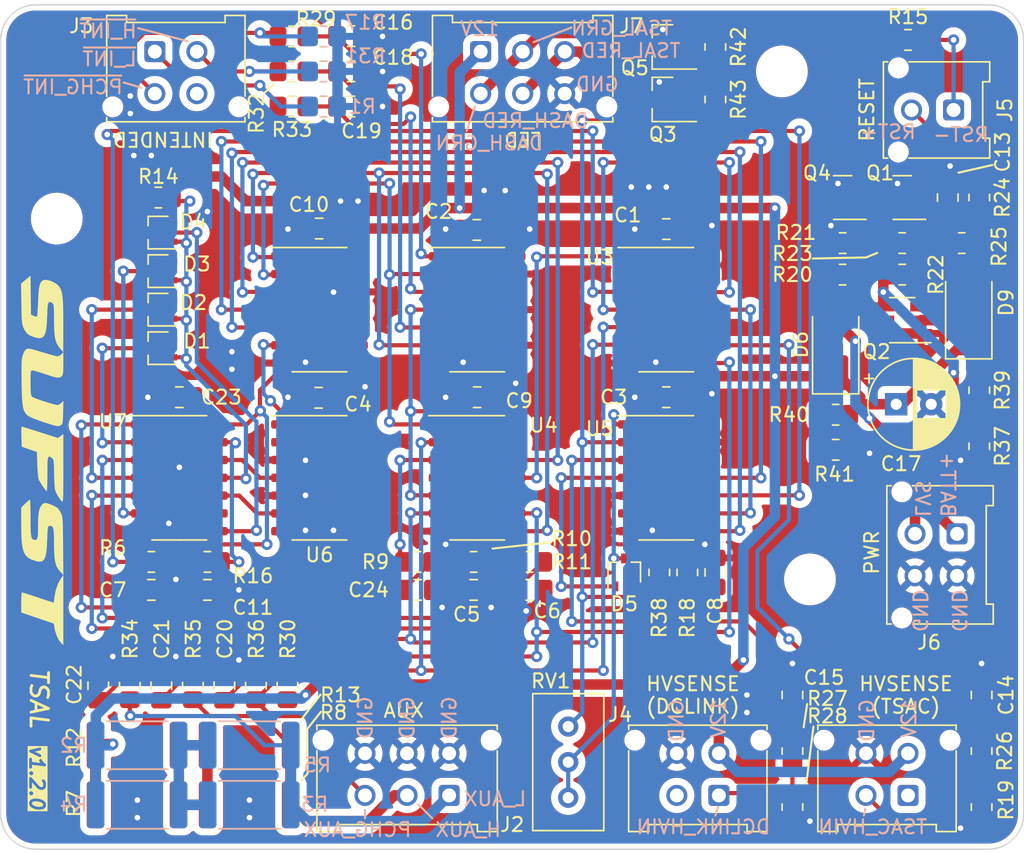
<source format=kicad_pcb>
(kicad_pcb (version 20240108) (generator "pcbnew") (generator_version "8.0")
  (title_block (title "TSAL Control") (date "2024-01-10") (rev "1.2.0") (company "SUFST") (comment 1 "STAG X") (comment 2 "Joe Pater"))
  (layers (0 "F.Cu" signal) (31 "B.Cu" signal) (34 "B.Paste" user) (35 "F.Paste" user) (36 "B.SilkS" user "B.Silkscreen") (37 "F.SilkS" user "F.Silkscreen") (38 "B.Mask" user) (39 "F.Mask" user) (44 "Edge.Cuts" user))
  (net 0 "")
  (net 1 "GND")
  (net 2 "+12V")
  (net 3 "/Power Latch/LATCH_RESET+")
  (net 4 "/~{TSAC_HV_DETECTED}")
  (net 5 "/DCLINK_HV_DETECTED")
  (net 6 "Net-(C5-Pad1)")
  (net 7 "Net-(C6-Pad1)")
  (net 8 "Net-(C7-Pad1)")
  (net 9 "Net-(C8-Pad1)")
  (net 10 "Net-(C11-Pad1)")
  (net 11 "Net-(D1-A)")
  (net 15 "Net-(D3-K)")
  (net 17 "Net-(D4-K)")
  (net 19 "Net-(D5-K)")
  (net 20 "Net-(R2-Pad2)")
  (net 21 "Net-(J2-Pin_1)")
  (net 22 "Net-(R6-Pad1)")
  (net 23 "Net-(R12-Pad2)")
  (net 24 "Net-(J2-Pin_2)")
  (net 25 "Net-(R9-Pad1)")
  (net 26 "Net-(R10-Pad1)")
  (net 27 "Net-(R11-Pad1)")
  (net 28 "Net-(J3-Pin_2)")
  (net 29 "Net-(Q2-G)")
  (net 30 "Net-(J2-Pin_3)")
  (net 31 "Net-(J3-Pin_3)")
  (net 32 "/~{PRCHG_INTENDED_ON}")
  (net 33 "/~{HIGH_AIR_INTENDED_ON}")
  (net 34 "/~{LOW_AIR_INTENDED_ON}")
  (net 35 "/~{PRCHG_MECH_ON}")
  (net 36 "/~{HIGH_AIR_MECH_ON}")
  (net 37 "/~{LOW_AIR_MECH_ON}")
  (net 38 "/LVS")
  (net 39 "Net-(D9-A)")
  (net 40 "Net-(U1-Pad3)")
  (net 41 "Net-(U1-Pad5)")
  (net 42 "Net-(J3-Pin_1)")
  (net 43 "/Power Latch/LATCH_RESET-")
  (net 46 "Net-(U2-Pad1)")
  (net 47 "Net-(U2-Pad12)")
  (net 48 "Net-(U2-Pad10)")
  (net 50 "/BATT+")
  (net 51 "/GREEN_LED_ON")
  (net 52 "/RED_LED_ON")
  (net 53 "Net-(U6A-S)")
  (net 54 "Net-(Q1-D)")
  (net 58 "Net-(Q4-G)")
  (net 59 "/Implausibility and LED logic/HIGH_AIR_INTENDED_ON")
  (net 60 "/Implausibility and LED logic/PRCHG_INTENDED_ON")
  (net 61 "Net-(U1-Pad4)")
  (net 62 "/Implausibility and LED logic/IMPLAUSIBLE")
  (net 63 "Net-(U2-Pad11)")
  (net 64 "/Implausibility and LED logic/LOW_AIR_INTENDED_ON")
  (net 65 "/Implausibility and LED logic/POR")
  (net 66 "Net-(R37-Pad1)")
  (net 67 "Net-(R40-Pad2)")
  (net 69 "Net-(J1-Pin_2)")
  (net 70 "Net-(J4-Pin_1)")
  (net 74 "Net-(C24-Pad1)")
  (net 75 "Net-(D1-K)")
  (net 76 "Net-(D2-K)")
  (net 77 "Net-(D5-A)")
  (net 81 "Net-(J7-Pin_2)")
  (net 82 "Net-(J7-Pin_3)")
  (footprint "Capacitor_SMD:C_0805_2012Metric_Pad1.18x1.45mm_HandSolder" (layer "F.Cu") (at 80 52.98)
    (property "Reference" "C16")
    (property "Value" "100n")
  )
  (footprint "Resistor_SMD:R_0805_2012Metric_Pad1.20x1.40mm_HandSolder" (layer "F.Cu") (at 111.5 108 90)
    (property "Reference" "R28")
    (property "Value" "10k")
  )
  (footprint "Potentiometer_THT:Potentiometer_Bourns_3296W_Vertical" (layer "F.Cu") (at 95.5 102.25 90)
    (property "Reference" "RV1")
    (property "Value" "470k")
  )
  (footprint "Resistor_SMD:R_2512_6332Metric" (layer "F.Cu") (at 72.7125 107.835)
    (property "Reference" "R8")
    (property "Value" "270")
  )
  (footprint "Capacitor_SMD:C_0805_2012Metric_Pad1.18x1.45mm_HandSolder" (layer "F.Cu") (at 122.585 64.5 90)
    (property "Reference" "C13")
    (property "Value" "100n")
  )
  (footprint "Resistor_SMD:R_0805_2012Metric_Pad1.20x1.40mm_HandSolder" (layer "F.Cu") (at 75.7875 55.5 180)
    (property "Reference" "R32")
    (property "Value" "10k")
  )
  (footprint "Capacitor_SMD:C_0805_2012Metric_Pad1.18x1.45mm_HandSolder" (layer "F.Cu") (at 61.9625 99.335 90)
    (property "Reference" "C22")
    (property "Value" "100n")
  )
  (footprint "Capacitor_SMD:C_0805_2012Metric_Pad1.18x1.45mm_HandSolder" (layer "F.Cu") (at 69.75 92.5)
    (property "Reference" "C11")
    (property "Value" "10u")
  )
  (footprint "Capacitor_SMD:C_0805_2012Metric_Pad1.18x1.45mm_HandSolder" (layer "F.Cu") (at 111.5 100 90)
    (property "Reference" "C15")
    (property "Value" "100n")
  )
  (footprint "Resistor_SMD:R_0805_2012Metric_Pad1.20x1.40mm_HandSolder" (layer "F.Cu") (at 114.585 80 180)
    (property "Reference" "R40")
    (property "Value" "1k")
  )
  (footprint "SUFST:Molex_Micro-Fit_3.0_43045-0412_2x02_P3.00mm_Vertical" (layer "F.Cu") (at 66 54.085)
    (property "Reference" "J3")
    (property "Value" "Conn_01x04" (hide yes))
  )
  (footprint "Resistor_SMD:R_2512_6332Metric" (layer "F.Cu") (at 64.7125 103.585)
    (property "Reference" "R12")
    (property "Value" "270")
  )
  (footprint "Package_SO:SOIC-14_3.9x8.7mm_P1.27mm" (layer "F.Cu") (at 102.5 72.5)
    (property "Reference" "U2" (hide yes))
    (property "Value" "4081" (hide yes))
  )
  (footprint "Resistor_SMD:R_0805_2012Metric_Pad1.20x1.40mm_HandSolder" (layer "F.Cu") (at 73.2125 99.335 -90)
    (property "Reference" "R36")
    (property "Value" "10k")
  )
  (footprint "Package_TO_SOT_SMD:SOT-323_SC-70" (layer "F.Cu") (at 66.25 67 180)
    (property "Reference" "D4")
    (property "Value" "BAT54W")
  )
  (footprint "Resistor_SMD:R_0805_2012Metric_Pad1.20x1.40mm_HandSolder" (layer "F.Cu") (at 119.75 53.25)
    (property "Reference" "R15")
    (property "Value" "47")
  )
  (footprint "Resistor_SMD:R_0805_2012Metric_Pad1.20x1.40mm_HandSolder" (layer "F.Cu") (at 114.585 82.5)
    (property "Reference" "R41")
    (property "Value" "1k")
  )
  (footprint "Capacitor_SMD:C_0805_2012Metric_Pad1.18x1.45mm_HandSolder" (layer "F.Cu") (at 84.75 92.5)
    (property "Reference" "C24")
    (property "Value" "10u")
  )
  (footprint "Resistor_SMD:R_0805_2012Metric_Pad1.20x1.40mm_HandSolder" (layer "F.Cu") (at 119.335 67.75)
    (property "Reference" "R23")
    (property "Value" "10k")
  )
  (footprint "Resistor_SMD:R_2512_6332Metric" (layer "F.Cu") (at 72.7125 103.585)
    (property "Reference" "R13")
    (property "Value" "270")
  )
  (footprint "Diode_SMD:D_SMA" (layer "F.Cu") (at 124.085 72.5 90)
    (property "Reference" "D9")
    (property "Value" "SS14+")
  )
  (footprint "Package_SO:SOIC-14_3.9x8.7mm_P1.27mm" (layer "F.Cu") (at 77.75 84.5)
    (property "Reference" "U6")
    (property "Value" "4013")
  )
  (footprint "SUFST:sufst-text" (layer "F.Cu") (at 58 83.25 -90)
    (property "Reference" "G***" (hide yes))
    (property "Value" "LOGO" (hide yes))
  )
  (footprint "Package_SO:SOIC-14_3.9x8.7mm_P1.27mm" (layer "F.Cu") (at 67.75 84.5)
    (property "Reference" "U7")
    (property "Value" "40106")
  )
  (footprint "Resistor_SMD:R_0805_2012Metric_Pad1.20x1.40mm_HandSolder" (layer "F.Cu") (at 115.085 70 180)
    (property "Reference" "R20")
    (property "Value" "1k")
  )
  (footprint "Package_SO:SOIC-14_3.9x8.7mm_P1.27mm" (layer "F.Cu") (at 102.5 84.5)
    (property "Reference" "U5")
    (property "Value" "40106")
  )
  (footprint "Package_TO_SOT_SMD:SOT-23" (layer "F.Cu") (at 119.335 64.5 180)
    (property "Reference" "Q1")
    (property "Value" "XP262N7002TR-G" (hide yes))
  )
  (footprint "Resistor_SMD:R_0805_2012Metric_Pad1.20x1.40mm_HandSolder" (layer "F.Cu") (at 92.75 90.5)
    (property "Reference" "R11")
    (property "Value" "10k")
  )
  (footprint "Capacitor_SMD:C_0805_2012Metric_Pad1.18x1.45mm_HandSolder" (layer "F.Cu") (at 70.9625 99.335 90)
    (property "Reference" "C20")
    (property "Value" "100n")
  )
  (footprint "Package_TO_SOT_SMD:SOT-323_SC-70" (layer "F.Cu") (at 66.25 72.5 180)
    (property "Reference" "D2")
    (property "Value" "BAT54W")
  )
  (footprint "Resistor_SMD:R_0805_2012Metric_Pad1.20x1.40mm_HandSolder" (layer "F.Cu") (at 123.585 67.75 180)
    (property "Reference" "R25")
    (property "Value" "10k")
  )
  (footprint "MountingHole:MountingHole_3.2mm_M3" (layer "F.Cu") (at 112.75 91.75)
    (property "Reference" "H1" (hide yes))
    (property "Value" "MountingHole" (hide yes))
  )
  (footprint "SUFST:Molex_Micro-Fit_3.0_43045-0412_2x02_P3.00mm_Vertical" (layer "F.Cu") (at 123.25 88.5 -90)
    (property "Reference" "J6")
    (property "Value" "Conn_01x04")
  )
  (footprint "Capacitor_SMD:C_0805_2012Metric_Pad1.18x1.45mm_HandSolder" (layer "F.Cu") (at 77.6875 78.79 180)
    (property "Reference" "C4")
    (property "Value" "100n" (hide yes))
  )
  (footprint "Resistor_SMD:R_0805_2012Metric_Pad1.20x1.40mm_HandSolder" (layer "F.Cu") (at 119.335 70 180)
    (property "Reference" "R22")
    (property "Value" "100k")
  )
  (footprint "Capacitor_SMD:C_0805_2012Metric_Pad1.18x1.45mm_HandSolder" (layer "F.Cu") (at 80 58)
    (property "Reference" "C19")
    (property "Value" "100n")
  )
  (footprint "Package_SO:SOIC-14_3.9x8.7mm_P1.27mm" (layer "F.Cu") (at 77.75 72.5)
    (property "Reference" "U1" (hide yes))
    (property "Value" "4071" (hide yes))
  )
  (footprint "Capacitor_SMD:C_0805_2012Metric_Pad1.18x1.45mm_HandSolder" (layer "F.Cu") (at 102.5 78.75 180)
    (property "Reference" "C3")
    (property "Value" "100n" (hide yes))
  )
  (footprint "Resistor_SMD:R_0805_2012Metric_Pad1.20x1.40mm_HandSolder" (layer "F.Cu") (at 65.75 90.5)
    (property "Reference" "R6")
    (property "Value" "100k" (hide yes))
  )
  (footprint "Resistor_SMD:R_0805_2012Metric_Pad1.20x1.40mm_HandSolder" (layer "F.Cu") (at 75.7875 53 180)
    (property "Reference" "R29")
    (property "Value" "10k")
  )
  (footprint "Resistor_SMD:R_0805_2012Metric_Pad1.20x1.40mm_HandSolder" (layer "F.Cu") (at 75.7875 58 180)
    (property "Reference" "R33")
    (property "Value" "10k")
  )
  (footprint "Package_TO_SOT_SMD:SOT-23_Handsoldering" (layer "F.Cu") (at 102.25 57.5 180)
    (property "Reference" "Q3")
    (property "Value" "FDN359BN")
  )
  (footprint "Capacitor_SMD:C_0805_2012Metric_Pad1.18x1.45mm_HandSolder" (layer "F.Cu") (at 106 91.25 90)
    (property "Reference" "C8")
    (property "Value" "10u")
  )
  (footprint "Resistor_SMD:R_2512_6332Metric" (layer "F.Cu") (at 64.7125 107.835)
    (property "Reference" "R7")
    (property "Value" "270")
  )
  (footprint "Resistor_SMD:R_0805_2012Metric_Pad1.20x1.40mm_HandSolder" (layer "F.Cu") (at 84.75 90.5)
    (property "Reference" "R9")
    (property "Value" "10k")
  )
  (footprint "Resistor_SMD:R_0805_2012Metric_Pad1.20x1.40mm_HandSolder" (layer "F.Cu") (at 64.2125 99.335 -90)
    (property "Reference" "R34")
    (property "Value" "10k")
  )
  (footprint "SUFST:Molex_Micro-Fit_3.0_43045-0212_2x01_P3.00mm_Vertical" (layer "F.Cu") (at 123 58.25 -90)
    (property "Reference" "J5")
    (property "Value" "Conn_01x02")
  )
  (footprint "Capacitor_SMD:C_0805_2012Metric_Pad1.18x1.45mm_HandSolder" (layer "F.Cu") (at 80 55.49)
    (property "Reference" "C18")
    (property "Value" "100n")
  )
  (footprint "Capacitor_SMD:C_0805_2012Metric_Pad1.18x1.45mm_HandSolder" (layer "F.Cu") (at 89 78.75 180)
    (property "Reference" "C9")
    (property "Value" "100n")
  )
  (footprint "SUFST:Molex_Micro-Fit_3.0_43045-0612_2x03_P3.00mm_Vertical" (layer "F.Cu") (at 87 107.165 180)
    (property "Reference" "J2")
    (property "Value" "Conn_01x06" (hide yes))
  )
  (footprint "SUFST:Molex_Micro-Fit_3.0_43045-0612_2x03_P3.00mm_Vertical" (layer "F.Cu") (at 89.25 54.085)
    (property "Reference" "J7")
    (property "Value" "Conn_01x06")
  )
  (footprint "Capacitor_SMD:C_0805_2012Metric_Pad1.18x1.45mm_HandSolder" (layer "F.Cu") (at 88.975 66.81 180)
    (property "Reference" "C2")
    (property "Value" "100n" (hide yes))
  )
  (footprint "Capacitor_SMD:C_0805_2012Metric_Pad1.18x1.45mm_HandSolder" (layer "F.Cu") (at 102.5 66.75 180)
    (property "Reference" "C1")
    (property "Value" "100n" (hide yes))
  )
  (footprint "Resistor_SMD:R_0805_2012Metric_Pad1.20x1.40mm_HandSolder" (layer "F.Cu") (at 115.085 67.75)
    (property "Reference" "R21")
    (property "Value" "10k")
  )
  (footprint "Capacitor_SMD:C_0805_2012Metric_Pad1.18x1.45mm_HandSolder" (layer "F.Cu") (at 88.75 92.5)
    (property "Reference" "C5")
    (property "Value" "10u")
  )
  (footprint "Package_TO_SOT_SMD:SOT-23" (layer "F.Cu") (at 115.085 64.5 180)
    (property "Reference" "Q4")
    (property "Value" "XP262N7002TR-G")
  )
  (footprint "Resistor_SMD:R_0805_2012Metric_Pad1.20x1.40mm_HandSolder" (layer "F.Cu") (at 88.75 90.5)
    (property "Reference" "R10")
    (property "Value" "10k")
  )
  (footprint "Resistor_SMD:R_0805_2012Metric_Pad1.20x1.40mm_HandSolder" (layer "F.Cu") (at 125 104 -90)
    (property "Reference" "R26")
    (property "Value" "10k")
  )
  (footprint "Resistor_SMD:R_0805_2012Metric_Pad1.20x1.40mm_HandSolder" (layer "F.Cu") (at 75.4625 99.335 90)
    (property "Reference" "R30")
    (property "Value" "10k")
  )
  (footprint "Resistor_SMD:R_0805_2012Metric_Pad1.20x1.40mm_HandSolder" (layer "F.Cu") (at 111.5 104 -90)
    (property "Reference" "R27")
    (property "Value" "10k")
  )
  (footprint "Resistor_SMD:R_0805_2012Metric_Pad1.20x1.40mm_HandSolder" (layer "F.Cu") (at 124.835 82.25 -90)
    (property "Reference" "R37")
    (property "Value" "1k")
  )
  (footprint "Capacitor_SMD:C_0805_2012Metric_Pad1.18x1.45mm_HandSolder" (layer "F.Cu") (at 77.725 66.71 180)
    (property "Reference" "C10")
    (property "Value" "100n")
  )
  (footprint "Resistor_SMD:R_0805_2012Metric_Pad1.20x1.40mm_HandSolder" (layer "F.Cu") (at 104 91.25 -90)
    (property "Reference" "R18")
    (property "Value" "10k")
  )
  (footprint "Resistor_SMD:R_0805_2012Metric_Pad1.20x1.40mm_HandSolder" (layer "F.Cu") (at 66.25 64.5 180)
    (property "Reference" "R14")
    (property "Value" "10k")
  )
  (footprint "Resistor_SMD:R_0805_2012Metric_Pad1.20x1.40mm_HandSolder" (layer "F.Cu") (at 69.75 90.5 180)
    (property "Reference" "R16")
    (property "Value" "10k")
  )
  (footprint "Package_TO_SOT_SMD:SOT-323_SC-70" (layer "F.Cu") (at 66.25 69.75 180)
    (property "Reference" "D3")
    (property "Value" "BAT54W")
  )
  (footprint "Capacitor_SMD:C_0805_2012Metric_Pad1.18x1.45mm_HandSolder" (layer "F.Cu") (at 66.4625 99.335 90)
    (property "Reference" "C21")
    (property "Value" "100n")
  )
  (footprint "Capacitor_SMD:C_0805_2012Metric_Pad1.18x1.45mm_HandSolder" (layer "F.Cu") (at 65.75 92.5)
    (property "Reference" "C7")
    (property "Value" "10u")
  )
  (footprint "Package_SO:SOIC-14_3.9x8.7mm_P1.27mm" (layer "F.Cu") (at 89 84.5)
    (property "Reference" "U4")
    (property "Value" "4081")
  )
  (footprint "Package_TO_SOT_SMD:SOT-323_SC-70" (layer "F.Cu") (at 66.25 75.25 180)
    (property "Reference" "D1")
    (property "Value" "BAT54W")
  )
  (footprint "Resistor_SMD:R_0805_2012Metric_Pad1.20x1.40mm_HandSolder" (layer "F.Cu") (at 106 53.75 -90)
    (property "Reference" "R42")
    (property "Value" "10k")
  )
  (footprint "Package_TO_SOT_SMD:SOT-23-6_Handsoldering" (layer "F.Cu") (at 119.335 73.25 180)
    (property "Reference" "Q2")
    (property "Value" "DMP3056LDM" (hide yes))
  )
  (footprint "MountingHole:MountingHole_3.2mm_M3" (layer "F.Cu") (at 110.75 55.5)
    (property "Reference" "H2" (hide yes))
    (property "Value" "MountingHole" (hide yes))
  )
  (footprint "SUFST:Molex_Micro-Fit_3.0_43045-0412_2x02_P3.00mm_Vertical" (layer "F.Cu") (at 106.25 107.165 180)
    (property "Reference" "J4")
    (property "Value" "Conn_01x04" (hide yes))
  )
  (footprint "Resistor_SMD:R_0805_2012Metric_Pad1.20x1.40mm_HandSolder" (layer "F.Cu") (at 124.835 64.5 -90)
    (property "Reference" "R24")
    (property "Value" "100k")
  )
  (footprint "Diode_SMD:D_SMA" (layer "F.Cu") (at 114.585 75 90)
    (property "Reference" "D6")
    (property "Value" "SS14+")
  )
  (footprint "Package_SO:SOIC-14_3.9x8.7mm_P1.27mm" (layer "F.Cu") (at 89 72.5)
    (property "Reference" "U3")
    (property "Value" "40106")
  )
  (footprint "Resistor_SMD:R_0805_2012Metric_Pad1.20x1.40mm_HandSolder" (layer "F.Cu") (at 124.835 78.25 -90)
    (property "Reference" "R39")
    (property "Value" "1k")
  )
  (footprint "MountingHole:MountingHole_3.2mm_M3" (layer "F.Cu") (at 59 66)
    (property "Reference" "H3" (hide yes))
    (property "Value" "MountingHole" (hide yes))
  )
  (footprint "Resistor_SMD:R_0805_2012Metric_Pad1.20x1.40mm_HandSolder" (layer "F.Cu") (at 68.7125 99.335 -90)
    (property "Reference" "R35")
    (property "Value" "10k")
  )
  (footprint "Package_TO_SOT_SMD:SOT-23_Handsoldering" (layer "F.Cu") (at 102.25 53.75 180)
    (property "Reference" "Q5")
    (property "Value" "FDN359BN")
  )
  (footprint "Capacitor_SMD:C_0805_2012Metric_Pad1.18x1.45mm_HandSolder" (layer "F.Cu") (at 67.75 78.75 180)
    (property "Reference" "C23")
    (property "Value" "100n")
  )
  (footprint "Resistor_SMD:R_0805_2012Metric_Pad1.20x1.40mm_HandSolder" (layer "F.Cu") (at 125 108 90)
    (property "Reference" "R19")
    (property "Value" "10k")
  )
  (footprint "Capacitor_THT:CP_Radial_D6.3mm_P2.50mm" (layer "F.Cu") (at 118.902621 79.25)
    (property "Reference" "C17")
    (property "Value" "100u")
  )
  (footprint "SUFST:Molex_Micro-Fit_3.0_43045-0412_2x02_P3.00mm_Vertical" (layer "F.Cu") (at 119.75 107.165 180)
    (property "Reference" "J1" (hide yes))
    (property "Value" "Conn_01x04" (hide yes))
  )
  (footprint "Resistor_SMD:R_0805_2012Metric_Pad1.20x1.40mm_HandSolder" (layer "F.Cu") (at 106 57.5 -90)
    (property "Reference" "R43")
    (property "Value" "10k")
  )
  (footprint "Package_TO_SOT_SMD:SOT-323_SC-70" (layer "F.Cu") (at 99.5 91.25 90)
    (property "Reference" "D5")
    (property "Value" "BAT54W")
  )
  (footprint "Capacitor_SMD:C_0805_2012Metric_Pad1.18x1.45mm_HandSolder" (layer "F.Cu") (at 125 100 90)
    (property "Reference" "C14")
    (property "Value" "100n")
  )
  (footprint "Capacitor_SMD:C_0805_2012Metric_Pad1.18x1.45mm_HandSolder" (layer "F.Cu") (at 92.75 92.5)
    (property "Reference" "C6")
    (property "Value" "10u")
  )
  (footprint "Resistor_SMD:R_0805_2012Metric_Pad1.20x1.40mm_HandSolder" (layer "F.Cu") (at 102 91.25 -90)
    (property "Reference" "R38")
    (property "Value" "100k")
  )
  (footprint "Resistor_SMD:R_2512_6332Metric" (layer "B.Cu") (at 64.75 107.835)
    (property "Reference" "R4")
    (property "Value" "270" (hide yes))
  )
  (footprint "Resistor_SMD:R_0805_2012Metric_Pad1.20x1.40mm_HandSolder" (layer "B.Cu") (at 78.0375 55.5)
    (property "Reference" "R31")
    (property "Value" "10k")
  )
  (footprint "Resistor_SMD:R_2512_6332Metric" (layer "B.Cu") (at 72.75 103.585)
    (property "Reference" "R5")
    (property "Value" "270" (hide yes))
  )
  (footprint "Resistor_SMD:R_2512_6332Metric" (layer "B.Cu") (at 72.75 107.835)
    (property "Reference" "R3")
    (property "Value" "270" (hide yes))
  )
  (footprint "Resistor_SMD:R_0805_2012Metric_Pad1.20x1.40mm_HandSolder" (layer "B.Cu") (at 78.0375 58)
    (property "Reference" "R1")
    (property "Value" "10k" (hide yes))
  )
  (footprint "Resistor_SMD:R_0805_2012Metric_Pad1.20x1.40mm_HandSolder" (layer "B.Cu") (at 78.0375 53)
    (property "Reference" "R17")
    (property "Value" "10k")
  )
  (footprint "Resistor_SMD:R_2512_6332Metric" (layer "B.Cu") (at 64.75 103.585)
    (property "Reference" "R2")
    (property "Value" "270" (hide yes))
  )
  (gr_line (start 85.8 108.8) (end 84.8 107.8) (stroke (width 0.15)) (layer "B.SilkS"))
  (gr_line (start 64.82 52.41) (end 68.32 53.34) (stroke (width 0.15)) (layer "B.SilkS"))
  (gr_line (start 95.73 52.36) (end 93.03 53.41) (stroke (width 0.15)) (layer "B.SilkS"))
  (gr_line (start 63.78 56.29) (end 65.03 56.66) (stroke (width 0.15)) (layer "B.SilkS"))
  (gr_line (start 116.7 108.1) (end 116.6 108.6) (stroke (width 0.15)) (layer "B.SilkS"))
  (gr_line (start 81 108.8) (end 81 108.2) (stroke (width 0.15)) (layer "B.SilkS"))
  (gr_line (start 88.25 59.75) (end 88.83 58.01) (stroke (width 0.15)) (layer "B.SilkS"))
  (gr_line (start 106.2 108) (end 106 108.6) (stroke (width 0.15)) (layer "B.SilkS"))
  (gr_line (start 112.95 68.85) (end 116.75 68.775) (stroke (width 0.15)) (layer "F.SilkS"))
  (gr_line (start 77.85 101.2) (end 76.875 102.425) (stroke (width 0.15)) (layer "F.SilkS"))
  (gr_line (start 113 102.25) (end 112.5 106.25) (stroke (width 0.15)) (layer "F.SilkS"))
  (gr_line (start 94.275 89.1) (end 90.1 89.55) (stroke (width 0.15)) (layer "F.SilkS"))
  (gr_line (start 76.9 105.6) (end 76.5 106.075) (stroke (width 0.15)) (layer "F.SilkS"))
  (gr_line (start 112.55 100.65) (end 112.3 102.3) (stroke (width 0.15)) (layer "F.SilkS"))
  (gr_line (start 73.825 57.025) (end 74.45 56.45) (stroke (width 0.15)) (layer "F.SilkS"))
  (gr_line (start 116.75 68.775) (end 117.55 68.45) (stroke (width 0.15)) (layer "F.SilkS"))
  (gr_line (start 76.875 102.425) (end 76.9 105.6) (stroke (width 0.15)) (layer "F.SilkS"))
  (gr_line (start 125.775 62.175) (end 123.35 62.725) (stroke (width 0.15)) (layer "F.SilkS"))
  (gr_line (start 77.825 99.975) (end 76.45 101.75) (stroke (width 0.15)) (layer "F.SilkS"))
  (gr_line (start 125.5 111) (end 57.5 111) (stroke (width 0.1)) (layer "Edge.Cuts"))
  (gr_line (start 57.5 50.75) (end 125.5 50.75) (stroke (width 0.1)) (layer "Edge.Cuts"))
  (gr_arc (start 57.5 111) (mid 55.732233 110.267767) (end 55 108.5) (stroke (width 0.1)) (layer "Edge.Cuts"))
  (gr_line (start 128 53.25) (end 128 108.5) (stroke (width 0.1)) (layer "Edge.Cuts"))
  (gr_line (start 55 108.5) (end 55 53.25) (stroke (width 0.1)) (layer "Edge.Cuts"))
  (gr_arc (start 128 108.5) (mid 127.267767 110.267767) (end 125.5 111) (stroke (width 0.1)) (layer "Edge.Cuts"))
  (gr_arc (start 55 53.25) (mid 55.732233 51.482233) (end 57.5 50.75) (stroke (width 0.1)) (layer "Edge.Cuts"))
  (gr_arc (start 125.5 50.75) (mid 127.267767 51.482233) (end 128 53.25) (stroke (width 0.1)) (layer "Edge.Cuts"))
  (gr_text "GND" (at 81.6 100 90) (layer "B.SilkS") (effects (font (size 1 1)) (justify left bottom mirror)))
  (gr_text "TSAL_GRN" (at 103 53 0) (layer "B.SilkS") (effects (font (size 1 1)) (justify left bottom mirror)))
  (gr_text "H_AUX" (at 90.8 110.2 0) (layer "B.SilkS") (effects (font (size 1 1)) (justify left bottom mirror)))
  (gr_text "RST-" (at 125.6 60.6 0) (layer "B.SilkS") (effects (font (size 1 1)) (justify left bottom mirror)))
  (gr_text "RST+" (at 120.4 60.4 0) (layer "B.SilkS") (effects (font (size 1 1)) (justify left bottom mirror)))
  (gr_text "~{H_INT}" (at 64.8 53.2 0) (layer "B.SilkS") (effects (font (size 1 1)) (justify left bottom mirror)))
  (gr_text "GND" (at 103.8 100.2 90) (layer "B.SilkS") (effects (font (size 1 1)) (justify left bottom mirror)))
  (gr_text "GND" (at 122.8 95.6 -90) (layer "B.SilkS") (effects (font (size 1 1)) (justify left bottom mirror)))
  (gr_text "GND" (at 120 95.6 -90) (layer "B.SilkS") (effects (font (size 1 1)) (justify left bottom mirror)))
  (gr_text "TSAL_RED" (at 103.6 54.6 0) (layer "B.SilkS") (effects (font (size 1 1)) (justify left bottom mirror)))
  (gr_text "GND" (at 87.6 100 90) (layer "B.SilkS") (effects (font (size 1 1)) (justify left bottom mirror)))
  (gr_text "12V" (at 106.8 100.2 90) (layer "B.SilkS") (effects (font (size 1 1)) (justify left bottom mirror)))
  (gr_text "GND" (at 117.4 100.2 90) (layer "B.SilkS") (effects (font (size 1 1)) (justify left bottom mirror)))
  (gr_text "PCHG_AUX" (at 84.4 110.2 0) (layer "B.SilkS") (effects (font (size 1 1)) (justify left bottom mirror)))
  (gr_text "LVS" (at 120.2 87.4 270) (layer "B.SilkS") (effects (font (size 1 1)) (justify left bottom mirror)))
  (gr_text "DASH_RED" (at 97 59.6 0) (layer "B.SilkS") (effects (font (size 1 1)) (justify left bottom mirror)))
  (gr_text "12V" (at 120.4 100.2 90) (layer "B.SilkS") (effects (font (size 1 1)) (justify left bottom mirror)))
  (gr_text "GND" (at 99.2 57 0) (layer "B.SilkS") (effects (font (size 1 1)) (justify left bottom mirror)))
  (gr_text "DASH_GRN" (at 93.8 61.2 0) (layer "B.SilkS") (effects (font (size 1 1)) (justify left bottom mirror)))
  (gr_text "BATT+" (at 122 87.4 270) (layer "B.SilkS") (effects (font (size 1 1)) (justify left bottom mirror)))
  (gr_text "DCLINK_HVIN" (at 110 110 0) (layer "B.SilkS") (effects (font (size 1 1)) (justify left bottom mirror)))
  (gr_text "12V" (at 90.66 53.04 0) (layer "B.SilkS") (effects (font (size 1 1)) (justify left bottom mirror)))
  (gr_text "GND" (at 84.6 100 90) (layer "B.SilkS") (effects (font (size 1 1)) (justify left bottom mirror)))
  (gr_text "~{PCHG_INT}" (at 63.8 57.2 0) (layer "B.SilkS") (effects (font (size 1 1)) (justify left bottom mirror)))
  (gr_text "~{L_INT}" (at 64.8 55.2 0) (layer "B.SilkS") (effects (font (size 1 1)) (justify left bottom mirror)))
  (gr_text "TSAC_HVIN" (at 121.2 110 0) (layer "B.SilkS") (effects (font (size 1 1)) (justify left bottom mirror)))
  (gr_text "L_AUX" (at 92.6 108 0) (layer "B.SilkS") (effects (font (size 1 1)) (justify left bottom mirror)))
  (gr_text "HVSENSE\n(DCLINK)" (at 104.4 101.4 0) (layer "F.SilkS") (effects (font (size 1 1)) (justify bottom)))
  (gr_text "AUX" (at 82.23 101.69 0) (layer "F.SilkS") (effects (font (size 1 1)) (justify left bottom)))
  (gr_text "TSAL" (at 57 98 -90) (layer "F.SilkS") (effects (font (size 1.25 1.25) (thickness 0.2) (bold yes) (italic yes)) (justify left bottom)))
  (gr_text "RESET" (at 117.4 60.6 90) (layer "F.SilkS") (effects (font (size 1 1)) (justify left bottom)))
  (gr_text "HVSENSE\n(TSAC)" (at 119.6 101.4 0) (layer "F.SilkS") (effects (font (size 1 1)) (justify bottom)))
  (gr_text "LED" (at 93.75 59.75 180) (layer "F.SilkS") (effects (font (size 1 1)) (justify left bottom)))
  (gr_text "v1.2.0\n" (at 57 103.5 270) (layer "F.SilkS" knockout) (effects (font (size 1 1) (thickness 0.2) (bold yes) (italic yes)) (justify left bottom)))
  (gr_text "INTENDED" (at 70.25 59.75 180) (layer "F.SilkS") (effects (font (size 1 1)) (justify left bottom)))
  (gr_text "PWR" (at 117.75 91.5 90) (layer "F.SilkS") (effects (font (size 1 1)) (justify left bottom)))
  (segment (start 100.025 88.31) (end 101.44 88.31) (width 0.3) (layer "F.Cu") (net 1))
  (segment (start 85.7875 93.0375) (end 86.5 93.75) (width 0.3) (layer "F.Cu") (net 1))
  (segment (start 87.9625 78.75) (end 86.75 78.75) (width 0.3) (layer "F.Cu") (net 1))
  (segment (start 122.585 62.415) (end 122.75 62.25) (width 0.75) (layer "F.Cu") (net 1))
  (segment (start 105.95 56.55) (end 106 56.5) (width 0.75) (layer "F.Cu") (net 1))
  (segment (start 122.585 63.4625) (end 122.585 62.415) (width 0.75) (layer "F.Cu") (net 1))
  (segment (start 103.75 52.8) (end 105.95 52.8) (width 0.75) (layer "F.Cu") (net 1))
  (segment (start 61.9625 98.2875) (end 63 97.25) (width 0.3) (layer "F.Cu") (net 1))
  (segment (start 75.275 88.31) (end 76.69 88.31) (width 0.3) (layer "F.Cu") (net 1))
  (segment (start 75.275 76.31) (end 76.69 76.31) (width 0.3) (layer "F.Cu") (net 1))
  (segment (start 100.025 76.31) (end 101.69 76.31) (width 0.3) (layer "F.Cu") (net 1))
  (segment (start 66.4625 98.2875) (end 67.5 97.25) (width 0.3) (layer "F.Cu") (net 1))
  (segment (start 82.23 52.98) (end 82.25 53) (width 0.3) (layer "F.Cu") (net 1))
  (segment (start 89.7875 93.5375) (end 90 93.75) (width 0.3) (layer "F.Cu") (net 1))
  (segment (start 86.81 66.81) (end 86.75 66.75) (width 0.3) (layer "F.Cu") (net 1))
  (segment (start 70.7875 92.5) (end 72 92.5) (width 0.3) (layer "F.Cu") (net 1))
  (segment (start 81.0375 58) (end 82.25 58) (width 0.3) (layer "F.Cu") (net 1))
  (segment (start 122.4975 63.55) (end 122.585 63.4625) (width 0.75) (layer "F.Cu") (net 1))
  (segment (start 101.69 76.31) (end 101.75 76.25) (width 0.3) (layer "F.Cu") (net 1))
  (segment (start 76.65 78.79) (end 75.54 78.79) (width 0.3) (layer "F.Cu") (net 1))
  (segment (start 81.0375 55.49) (end 82.24 55.49) (width 0.3) (layer "F.Cu") (net 1))
  (segment (start 124 109) (end 123.5 109.5) (width 0.3) (layer "F.Cu") (net 1))
  (segment (start 81.0375 52.98) (end 82.23 52.98) (width 0.3) (layer "F.Cu") (net 1))
  (segment (start 105.95 52.8) (end 106 52.75) (width 0.75) (layer "F.Cu") (net 1))
  (segment (start 125 98.9625) (end 125 97.75) (width 0.3) (layer "F.Cu") (net 1))
  (segment (start 66.7875 92.4625) (end 67.5 91.75) (width 0.3) (layer "F.Cu") (net 1))
  (segment (start 103.75 56.55) (end 105.95 56.55) (width 0.75) (layer "F.Cu") (net 1))
  (segment (start 114.085 66.665) (end 114.25 66.5) (width 0.75) (layer "F.Cu") (net 1))
  (segment (start 80.225 87.04) (end 80.225 88.31) (width 0.3) (layer "F.Cu") (net 1))
  (segment (start 102.55 52.8) (end 102.25 52.5) (width 0.75) (layer "F.Cu") (net 1))
  (segment (start 87.9375 66.81) (end 86.81 66.81) (width 0.3) (layer "F.Cu") (net 1))
  (segment (start 101.4625 78.75) (end 100.25 78.75) (width 0.3) (layer "F.Cu") (net 1))
  (segment (start 115.585 82.5) (end 116.75 82.5) (width 0.75) (layer "F.Cu") (net 1))
  (segment (start 114.8 63.55) (end 114.75 63.5) (width 0.75) (layer "F.Cu") (net 1))
  (segment (start 75.54 78.79) (end 75.5 78.75) (width 0.3) (layer "F.Cu") (net 1))
  (segment (start 101.44 88.31) (end 101.5 88.25) (width 0.3) (layer "F.Cu") (net 1))
  (segment (start 85.7875 92.5) (end 85.7875 93.0375) (width 0.3) (layer "F.Cu") (net 1))
  (segment (start 120.2725 63.55) (end 119.05 63.55) (width 0.75) (layer "F.Cu") (net 1))
  (segment (start 80.225 85.77) (end 80.225 87.04) (width 0.3) (layer "F.Cu") (net 1))
  (segment (start 93.7875 92.713) (end 92.5005 94) (width 0.3) (layer "F.Cu") (net 1))
  (segment (start 103.75 52.8) (end 102.55 52.8) (width 0.75) (layer "F.Cu") (net 1))
  (segment (start 111.5 98.9625) (end 111.5 97.75) (width 0.3) (layer "F.Cu") (net 1))
  (segment (start 80.225 88.31) (end 78.81 88.31) (width 0.3) (layer "F.Cu") (net 1))
  (segment (start 125 109) (end 124 109) (width 0.3) (layer "F.Cu") (net 1))
  (segment (start 116.0225 63.55) (end 114.8 63.55) (width 0.75) (layer "F.Cu") (net 1))
  (segment (start 86.525 88.31) (end 86.525 89.025) (width 0.3) (layer "F.Cu") (net 1))
  (segment (start 122.585 63.4625) (end 124.7975 63.4625) (width 0.75) (layer "F.Cu") (net 1))
  (segment (start 76.69 76.31) (end 76.75 76.25) (width 0.3) (layer "F.Cu") (net 1))
  (segment (start 86.525 76.31) (end 87.94 76.31) (width 0.3) (layer "F.Cu") (net 1))
  (segment (start 102.3 56.55) (end 102 56.25) (width 0.75) (layer "F.Cu") (net 1))
  (segment (start 93.7875 92.5) (end 93.7875 92.713) (width 0.3) (layer "F.Cu") (net 1))
  (segment (start 76.69 88.31) (end 76.75 88.25) (width 0.3) (layer "F.Cu") (net 1))
  (segment (start 80.225 71.23) (end 80.225 69.96) (width 0.3) (layer "F.Cu") (net 1))
  (segment (start 66.4625 98.2975) (end 66.4625 98.2875) (width 0.3) (layer "F.Cu") (net 1))
  (segment (start 76.73 85.77) (end 76.75 85.75) (width 0.3) (layer "F.Cu") (net 1))
  (segment (start 101.4625 66.75) (end 100.25 66.75) (width 0.3) (layer "F.Cu") (net 1))
  (segment (start 116.75 82.5) (end 117 82.75) (width 0.75) (layer "F.Cu") (net 1))
  (segment (start 80.225 71.23) (end 78.77 71.23) (width 0.3) (layer "F.Cu") (net 1))
  (segment (start 76.73 83.23) (end 76.75 83.25) (width 0.3) (layer "F.Cu") (net 1))
  (segment (start 75.275 83.23) (end 76.73 83.23) (width 0.3) (layer "F.Cu") (net 1))
  (segment (start 87.94 76.31) (end 88 76.25) (width 0.3) (layer "F.Cu") (net 1))
  (segment (start 75.54 66.71) (end 75.5 66.75) (width 0.3) (layer "F.Cu") (net 1))
  (segment (start 105.25 89.25) (end 105.25 89.4625) (width 0.3) (layer "F.Cu") (net 1))
  (segment (start 61.9625 98.2975) (end 61.9625 98.2875) (width 0.3) (layer "F.Cu") (net 1))
  (segment (start 66.7125 78.75) (end 65.5 78.75) (width 0.3) (layer "F.Cu") (net 1))
  (segment (start 111.5 109) (end 112.75 109) (width 0.3) (layer "F.Cu") (net 1))
  (segment (start 76.6875 66.71) (end 75.54 66.71) (width 0.3) (layer "F.Cu") (net 1))
  (segment (start 65.275 88.31) (end 66.44 88.31) (width 0.3) (layer "F.Cu") (net 1))
  (segment (start 89.7875 92.5) (end 89.7875 93.5375) (width 0.3) (layer "F.Cu") (net 1))
  (segment (start 75.275 85.77) (end 76.73 85.77) (width 0.3) (layer "F.Cu") (net 1))
  (segment (start 78.81 88.31) (end 78.75 88.25) (width 0.3) (layer "F.Cu") (net 1))
  (segment (start 124.835 83.25) (end 123.5 83.25) (width 0.75) (layer "F.Cu") (net 1))
  (segment (start 119.05 63.55) (end 119 63.5) (width 0.75) (layer "F.Cu") (net 1))
  (segment (start 78.77 71.23) (end 78.75 71.25) (width 0.3) (layer "F.Cu") (net 1))
  (segment (start 66.7875 92.5) (end 66.7875 92.4625) (width 0.3) (layer "F.Cu") (net 1))
  (segment (start 86.525 89.025) (end 86.75 89.25) (width 0.3) (layer "F.Cu") (net 1))
  (segment (start 124.7975 63.4625) (end 124.835 63.5) (width 0.75) (layer "F.Cu") (net 1))
  (segment (start 71.2025 98.2975) (end 72 97.5) (width 0.3) (layer "F.Cu") (net 1))
  (segment (start 80.225 84.5) (end 80.225 85.77) (width 0.3) (layer "F.Cu") (net 1))
  (segment (start 105.25 89.4625) (end 106 90.2125) (width 0.3) (layer "F.Cu") (net 1))
  (segment (start 103.75 56.55) (end 102.3 56.55) (width 0.75) (layer "F.Cu") (net 1))
  (segment (start 82.24 55.49) (end 82.25 55.5) (width 0.3) (layer "F.Cu") (net 1))
  (segment (start 66.44 88.31) (end 67 87.75) (width 0.3) (layer "F.Cu") (net 1))
  (segment (start 114.085 67.75) (end 114.085 66.665) (width 0.75) (layer "F.Cu") (net 1))
  (segment (start 70.9625 98.2975) (end 71.2025 98.2975) (width 0.3) (layer "F.Cu") (net 1))
  (via (at 76.75 83.25) (size 0.8) (drill 0.4) (layers "F.Cu" "B.Cu") (net 1))
  (via (at 67 87.75) (size 0.8) (drill 0.4) (layers "F.Cu" "B.Cu") (net 1))
  (via (at 71.5 75.5) (size 0.8) (drill 0.4) (layers "F.Cu" "B.Cu") (net 1))
  (via (at 75.5 66.75) (size 0.8) (drill 0.4) (layers "F.Cu" "B.Cu") (net 1))
  (via (at 72 97.5) (size 0.8) (drill 0.4) (layers "F.Cu" "B.Cu") (net 1))
  (via (at 108.25 100) (size 0.8) (drill 0.4) (layers "F.Cu" "B.Cu") (net 1))
  (via (at 100 63.75) (size 0.8) (drill 0.4) (layers "F.Cu" "B.Cu") (net 1))
  (via (at 72.75 108.75) (size 0.8) (drill 0.4) (layers "F.Cu" "B.Cu") (net 1))
  (via (at 91.75 77.75) (size 0.8) (drill 0.4) (layers "F.Cu" "B.Cu") (net 1))
  (via (at 123.5 83.25) (size 0.8) (drill 0.4) (layers "F.Cu" "B.Cu") (net 1))
  (via (at 64.5 61.5) (size 0.8) (drill 0.4) (layers "F.Cu" "B.Cu") (net 1))
  (via (at 105.75 66.5) (size 0.8) (drill 0.4) (layers "F.Cu" "B.Cu") (net 1))
  (via (at 91 64) (size 0.8) (drill 0.4) (layers "F.Cu" "B.Cu") (net 1))
  (via (at 78.75 71.25) (size 0.8) (drill 0.4) (layers "F.Cu" "B.Cu") (net 1))
  (via (at 100.25 66.75) (size 0.8) (drill 0.4) (layers "F.Cu" "B.Cu") (net 1))
  (via (at 86.75 66.75) (size 0.8) (drill 0.4) (layers "F.Cu" "B.Cu") (net 1))
  (via (at 90 93.75) (size 0.8) (drill 0.4) (layers "F.Cu" "B.Cu") (net 1))
  (via (at 114.25 66.5) (size 0.8) (drill 0.4) (layers "F.Cu" "B.Cu") (net 1))
  (via (at 78.75 88.25) (size 0.8) (drill 0.4) (layers "F.Cu" "B.Cu") (net 1))
  (via (at 123.5 109.5) (size 0.8) (drill 0.4) (layers "F.Cu" "B.Cu") (net 1))
  (via (at 64.75 108.75) (size 0.8) (drill 0.4) (layers "F.Cu" "B.Cu") (net 1))
  (via (at 76.75 88.25) (size 0.8) (drill 0.4) (layers "F.Cu" "B.Cu") (net 1))
  (via (at 111.5 97.75) (size 0.8) (drill 0.4) (layers "F.Cu" "B.Cu") (net 1))
  (via (at 71.5 76.75) (size 0.8) (drill 0.4) (layers "F.Cu" "B.Cu") (net 1))
  (via (at 101.75 76.25) (size 0.8) (drill 0.4) (layers "F.Cu" "B.Cu") (net 1))
  (via (at 92.75 66.75) (size 0.8) (drill 0.4) (layers "F.Cu" "B.Cu") (net 1))
  (via (at 105.25 89.25) (size 0.8) (drill 0.4) (layers "F.Cu" "B.Cu") (net 1))
  (via (at 72.75 107.5) (size 0.8) (drill 0.4) (layers "F.Cu" "B.Cu") (net 1))
  (via (at 88 76.25) (size 0.8) (drill 0.4) (layers "F.Cu" "B.Cu") (net 1))
  (via (at 63 97.25) (size 0.8) (drill 0.4) (layers "F.Cu" "B.Cu") (net 1))
  (via (at 64.25 57.25) (size 0.8) (drill 0.4) (layers "F.Cu" "B.Cu") (net 1))
  (via (at 82.25 55.5) (size 0.8) (drill 0.4) (layers "F.Cu" "B.Cu") (net 1))
  (via (at 81 78) (size 0.8) (drill 0.4) (layers "F.Cu" "B.Cu") (net 1))
  (via (at 112.75 109) (size 0.8) (drill 0.4) (layers "F.Cu" "B.Cu") (net 1))
  (via (at 86.5 93.75) (size 0.8) (drill 0.4) (layers "F.Cu" "B.Cu") (net 1))
  (via (at 65.75 61.5) (size 0.8) (drill 0.4) (layers "F.Cu" "B.Cu") (net 1))
  (via (at 67.75 83.75) (size 0.8) (drill 0.4) (layers "F.Cu" "B.Cu") (net 1))
  (via (at 76.75 85.75) (size 0.8) (drill 0.4) (layers "F.Cu" "B.Cu") (net 1))
  (via (at 102.5 63.75) (size 0.8) (drill 0.4) (layers "F.Cu" "B.Cu") (net 1))
  (via (at 100.25 78.75) (size 0.8) (drill 0.4) (layers "F.Cu" "B.Cu") (net 1))
  (via (at 72 92.5) (size 0.8) (drill 0.4) (layers "F.Cu" "B.Cu") (net 1))
  (via (at 65.5 78.75) (size 0.8) (drill 0.4) (layers "F.Cu" "B.Cu") (net 1))
  (via (at 67.5 97.25) (size 0.8) (drill 0.4) (layers "F.Cu" "B.Cu") (net 1))
  (via (at 102.25 52.5) (size 0.8) (drill 0.4) (layers "F.Cu" "B.Cu") (net 1))
  (via (at 125 97.75) (size 0.8) (drill 0.4) (layers "F.Cu" "B.Cu") (net 1))
  (via (at 67.5 91.75) (size 0.8) (drill 0.4) (layers "F.Cu" "B.Cu") (net 1))
  (via (at 75.5 78.75) (size 0.8) (drill 0.4) (layers "F.Cu" "B.Cu") (net 1))
  (via (at 92.5005 94) (size 0.8) (drill 0.4) (layers "F.Cu" "B.Cu") (net 1))
  (via (at 86.75 78.75) (size 0.8) (drill 0.4) (layers "F.Cu" "B.Cu") (net 1))
  (via (at 64.75 107.5) (size 0.8) (drill 0.4) (layers "F.Cu" "B.Cu") (net 1))
  (via (at 105.75 78.5) (size 0.8) (drill 0.4) (layers "F.Cu" "B.Cu") (net 1))
  (via (at 82.25 53) (size 0.8) (drill 0.4) (layers "F.Cu" "B.Cu") (net 1))
  (via (at 101.25 63.75) (size 0.8) (drill 0.4) (layers "F.Cu" "B.Cu") (net 1))
  (via (at 80.5 64.75) (size 0.8) (drill 0.4) (layers "F.Cu" "B.Cu") (net 1))
  (via (at 108.25 101.25) (size 0.8) (drill 0.4) (layers "F.Cu" "B.Cu") (net 1))
  (via (at 101.5 88.25) (size 0.8) (drill 0.4) (layers "F.Cu" "B.Cu") (net 1))
  (via (at 79.25 64.75) (size 0.8) (drill 0.4) (layers "F.Cu" "B.Cu") (net 1))
  (via (at 76.75 76.25) (size 0.8) (drill 0.4) (layers "F.Cu" "B.Cu") (net 1))
  (via (at 117 82.75) (size 0.8) (drill 0.4) (layers "F.Cu" "B.Cu") (net 1))
  (via (at 122.75 62.25) (size 0.8) (drill 0.4) (layers "F.Cu" "B.Cu") (net 1))
  (via (at 86.75 89.25) (size 0.8) (drill 0.4) (layers "F.Cu" "B.Cu") (net 1))
  (via (at 119 63.5) (size 0.8) (drill 0.4) (layers "F.Cu" "B.Cu") (net 1))
  (via (at 102 56.25) (size 0.8) (drill 0.4) (layers "F.Cu" "B.Cu") (net 1))
  (via (at 82.25 58) (size 0.8) (drill 0.4) (layers "F.Cu" "B.Cu") (net 1))
  (via (at 69.75 65.5) (size 0.8) (drill 0.4) (layers "F.Cu" "B.Cu") (net 1))
  (via (at 114.75 63.5) (size 0.8) (drill 0.4) (layers "F.Cu" "B.Cu") (net 1))
  (via (at 89.5 64) (size 0.8) (drill 0.4) (layers "F.Cu" "B.Cu") (net 1))
  (via (at 64.25 58.5) (size 0.8) (drill 0.4) (layers "F.Cu" "B.Cu") (net 1))
  (segment (start 79.0375 53) (end 79.0375 55.5) (width 0.75) (layer "B.Cu") (net 1))
  (segment (start 79.0375 55.5) (end 79.0375 58) (width 0.75) (layer "B.Cu") (net 1))
  (segment (start 79.54 78.79) (end 78.725 78.79) (width 0.3) (layer "F.Cu") (net 2))
  (segment (start 103.75 65.25) (end 110.25 65.25) (width 0.75) (layer "F.Cu") (net 2))
  (segment (start 91.5 79) (end 91.5 80.665) (width 0.3) (layer "F.Cu") (net 2))
  (segment (start 77.75 67.7225) (end 78.7625 66.71) (width 0.75) (layer "F.Cu") (net 2))
  (segment (start 77.75 77.815) (end 77.75 77.25) (width 0.75) (layer "F.Cu") (net 2))
  (segment (start 77.75 77.25) (end 77.75 67.7225) (width 0.75) (layer "F.Cu") (net 2))
  (segment (start 91.5 68.665) (end 91.475 68.69) (width 0.3) (layer "F.Cu") (net 2))
  (segment (start 90.0125 66.81) (end 91.06 66.81) (width 0.3) (layer "F.Cu") (net 2))
  (segment (start 114.585 77) (end 116.335 78.75) (width 0.75) (layer "F.Cu") (net 2))
  (segment (start 119.335 79.25) (end 124.085 74.5) (width 0.75) (layer "F.Cu") (net 2))
  (segment (start 73.5 78.25) (end 74.5 77.25) (width 0.3) (layer "F.Cu") (net 2))
  (segment (start 76.75 100) (end 77.5 99.25) (width 0.75) (layer "F.Cu") (net 2))
  (segment (start 79.96 66.71) (end 80.25 67) (width 0.3) (layer "F.Cu") (net 2))
  (segment (start 89.25 67.5725) (end 89.25 77.9625) (width 0.75) (layer "F.Cu") (net 2))
  (segment (start 73.529977 79.720023) (end 72.56 80.69) (width 0.3) (layer "F.Cu") (net 2))
  (segment (start 90 65.25) (end 103.75 65.25) (width 0.75) (layer "F.Cu") (net 2))
  (segment (start 72.5 64.75) (end 76.8025 64.75) (width 0.75) (layer "F.Cu") (net 2))
  (segment (start 90.0125 65.2625) (end 90 65.25) (width 0.75) (layer "F.Cu") (net 2))
  (segment (start 78.7625 66.71) (end 84.90125 66.71) (width 0.75) (layer "F.Cu") (net 2))
  (segment (start 104.5 77.25) (end 110.25 77.25) (width 0.75) (layer "F.Cu") (net 2))
  (segment (start 80.25 68.665) (end 80.225 68.69) (width 0.3) (layer "F.Cu") (net 2))
  (segment (start 61.835 103.5) (end 61.75 103.585) (width 0.75) (layer "F.Cu") (net 2))
  (segment (start 124.835 75.25) (end 124.085 74.5) (width 0.75) (layer "F.Cu") (net 2))
  (segment (start 78.7625 66.71) (end 79.96 66.71) (width 0.3) (layer "F.Cu") (net 2))
  (segment (start 103.5375 65.4625) (end 103.75 65.25) (width 0.75) (layer "F.Cu") (net 2))
  (segment (start 105 80.665) (end 104.975 80.69) (width 0.3) (layer "F.Cu") (net 2))
  (segment (start 90.0125 66.81) (end 89.25 67.5725) (width 0.75) (layer "F.Cu") (net 2))
  (segment (start 70.225 80.1875) (end 68.7875 78.75) (width 0.3) (layer "F.Cu") (net 2))
  (segment (start 78.725 78.79) (end 77.75 77.815) (width 0.75) (layer "F.Cu") (net 2))
  (segment (start 68.75 90.5) (end 70 89.25) (width 0.3) (layer "F.Cu") (net 2))
  (segment (start 75.4625 100.335) (end 76.415 100.335) (width 0.3) (layer "F.Cu") (net 2))
  (segment (start 74.5 77.25) (end 77.75 77.25) (width 0.3) (layer "F.Cu") (net 2))
  (segment (start 103.5375 78.75) (end 103.5375 78.2125) (width 0.75) (layer "F.Cu") (net 2))
  (segment (start 73.529977 79.720023) (end 73.5 79.690046) (width 0.3) (layer "F.Cu") (net 2))
  (segment (start 116.335 78.75) (end 116.335 79.25) (width 0.75) (layer "F.Cu") (net 2))
  (segment (start 70 89.25) (end 74 89.25) (width 0.3) (layer "F.Cu") (net 2))
  (segment (start 124.835 77.25) (end 124.835 75.25) (width 0.75) (layer "F.Cu") (net 2))
  (segment (start 86.36125 65.25) (end 90 65.25) (width 0.75) (layer "F.Cu") (net 2))
  (segment (start 103.5375 78.2125) (end 104.5 77.25) (width 0.75) (layer "F.Cu") (net 2))
  (segment (start 63 103.5) (end 61.835 103.5) (width 0.75) (layer "F.Cu") (net 2))
  (segment (start 90.0125 66.81) (end 90.0125 65.2625) (width 0.75) (layer "F.Cu") (net 2))
  (segment (start 105 68.665) (end 104.975 68.69) (width 0.3) (layer "F.Cu") (net 2))
  (segment (start 80.25 67) (end 80.25 68.665) (width 0.3) (layer "F.Cu") (net 2))
  (segment (start 65.25 64.5) (end 66.75 63) (width 0.75) (layer "F.Cu") (net 2))
  (segment (start 73.5 79.690046) (end 73.5 78.25) (width 0.3) (layer "F.Cu") (net 2))
  (segment (start 90.0375 78.75) (end 91.25 78.75) (width 0.3) (layer "F.Cu") (net 2))
  (segment (start 106.25 99.25) (end 106.25 104.165) (width 0.75) (layer "F.Cu") (net 2))
  (segment (start 91.25 78.75) (end 91.5 79) (width 0.3) (layer "F.Cu") (net 2))
  (segment (start 104.75 66.75) (end 105 67) (width 0.3) (layer "F.Cu") (net 2))
  (segment (start 77.5 99.25) (end 100.25 99.25) (width 0.75) (layer "F.Cu") (net 2))
  (segment (start 114.335 77.25) (end 114.585 77) (width 0.75) (layer "F.Cu") (net 2))
  (segment (start 66.75 63) (end 70.75 63) (width 0.75) (layer "F.Cu") (net 2))
  (segment (start 105 79.25) (end 105 80.665) (width 0.3) (layer "F.Cu") (net 2))
  (segment (start 91.5 67.25) (end 91.5 68.665) (width 0.3) (layer "F.Cu") (net 2))
  (segment (start 91.5 80.665) (end 91.475 80.69) (width 0.3) (layer "F.Cu") (net 2))
  (segment (start 118.902621 79.25) (end 116.335 79.25) (width 0.75) (layer "F.Cu") (net 2))
  (segment (start 76.8025 64.75) (end 78.7625 66.71) (width 0.75) (layer "F.Cu") (net 2))
  (segment (start 118.902621 79.25) (end 119.335 79.25) (width 0.75) (layer "F.Cu") (net 2))
  (segment (start 103.5375 66.75) (end 103.5375 65.4625) (width 0.75) (layer "F.Cu") (net 2))
  (segment (start 103.5375 78.75) (end 104.5 78.75) (width 0.3) (layer "F.Cu") (net 2))
  (segment (start 100.25 99.25) (end 106.25 99.25) (width 0.75) (layer "F.Cu") (net 2))
  (segment (start 70.225 80.69) (end 70.225 80.1875) (width 0.3) (layer "F.Cu") (net 2))
  (segment (start 80.225 79.475) (end 79.54 78.79) (width 0.3) (layer "F.Cu") (net 2))
  (segment (start 72.56 80.69) (end 70.225 80.69) (width 0.3) (layer "F.Cu") (net 2))
  (segment (start 76.415 100.335) (end 76.75 100) (width 0.3) (layer "F.Cu") (net 2))
  (segment (start 110.25 77.25) (end 114.335 77.25) (width 0.75) (layer "F.Cu") (net 2))
  (segment (start 80.225 80.69) (end 80.225 79.475) (width 0.3) (layer "F.Cu") (net 2))
  (segment (start 91.06 66.81) (end 91.5 67.25) (width 0.3) (layer "F.Cu") (net 2))
  (segment (start 103.5375 66.75) (end 104.75 66.75) (width 0.3) (layer "F.Cu") (net 2))
  (segment (start 104.5 78.75) (end 105 79.25) (width 0.3) (layer "F.Cu") (net 2))
  (segment (start 116.335 79.25) (end 115.585 80) (width 0.75) (layer "F.Cu") (net 2))
  (segment (start 105 67) (end 105 68.665) (width 0.3) (layer "F.Cu") (net 2))
  (segment (start 89.25 77.9625) (end 90.0375 78.75) (width 0.75) (layer "F.Cu") (net 2))
  (segment (start 61.75 103.585) (end 61.75 107.835) (width 0.75) (layer "F.Cu") (net 2))
  (segment (start 106.25 99.25) (end 108 97.5) (width 0.75) (layer "F.Cu") (net 2))
  (segment (start 84.90125 66.71) (end 86.36125 65.25) (width 0.75) (layer "F.Cu") (net 2))
  (segment (start 70.75 63) (end 72.5 64.75) (width 0.75) (layer "F.Cu") (net 2))
  (via (at 87.75 65.25) (size 0.8) (drill 0.4) (layers "F.Cu" "B.Cu") (net 2))
  (via (at 110.25 77.25) (size 0.8) (drill 0.4) (layers "F.Cu" "B.Cu") (net 2))
  (via (at 73.529977 79.720023) (size 0.8) (drill 0.4) (layers "F.Cu" "B.Cu") (net 2))
  (via (at 74 89.25) (size 0.8) (drill 0.4) (layers "F.Cu" "B.Cu") (net 2))
  (via (at 108 97.5) (size 0.8) (drill 0.4) (layers "F.Cu" "B.Cu") (net 2))
  (via (at 76.75 100) (size 0.8) (drill 0.4) (layers "F.Cu" "B.Cu") (net 2))
  (via (at 110.25 65.25) (size 0.8) (drill 0.4) (layers "F.Cu" "B.Cu") (net 2))
  (via (at 63 103.5) (size 0.8) (drill 0.4) (layers "F.Cu" "B.Cu") (net 2))
  (segment (start 61.7875 103.585) (end 62.915 103.585) (width 0.75) (layer "B.Cu") (net 2))
  (segment (start 74 80.190046) (end 73.529977 79.720023) (width 0.3) (layer "B.Cu") (net 2))
  (segment (start 108 97.5) (end 108 89.5) (width 0.75) (layer "B.Cu") (net 2))
  (segment (start 106.25 104.165) (end 107.575 105.49) (width 0.75) (layer "B.Cu") (net 2))
  (segment (start 87.75 55.585) (end 89.25 54.085) (width 0.75) (layer "B.Cu") (net 2))
  (segment (start 61.7875 103.585) (end 61.7875 101.4625) (width 0.75) (layer "B.Cu") (net 2))
  (segment (start 87.75 65.25) (end 87.75 55.585) (width 0.75) (layer "B.Cu") (net 2))
  (segment (start 76.5 100.25) (end 76.75 100) (width 0.75) (layer "B.Cu") (net 2))
  (segment (start 74 89.25) (end 74 80.190046) (width 0.3) (layer "B.Cu") (net 2))
  (segment (start 62.915 103.585) (end 63 103.5) (width 0.75) (layer "B.Cu") (net 2))
  (segment (start 110.25 87.25) (end 110.25 77.25) (width 0.75) (layer "B.Cu") (net 2))
  (segment (start 118.425 105.49) (end 119.75 104.165) (width 0.75) (layer "B.Cu") (net 2))
  (segment (start 61.7875 103.585) (end 61.7875 107.835) (width 0.75) (layer "B.Cu") (net 2))
  (segment (start 108 89.5) (end 110.25 87.25) (width 0.75) (layer "B.Cu") (net 2))
  (segment (start 61.7875 101.4625) (end 63 100.25) (width 0.75) (layer "B.Cu") (net 2))
  (segment (start 107.575 105.49) (end 118.425 105.49) (width 0.75) (layer "B.Cu") (net 2))
  (segment (start 63 100.25) (end 76.5 100.25) (width 0.75) (layer "B.Cu") (net 2))
  (segment (start 110.25 65.25) (end 110.25 77.25) (width 0.75) (layer "B.Cu") (net 2))
  (segment (start 120.36 65.5375) (end 120.2725 65.45) (width 0.75) (layer "F.Cu") (net 3))
  (segment (start 124.585 67.75) (end 124.585 65.75) (width 0.75) (layer "F.Cu") (net 3))
  (segment (start 122.6225 65.5) (end 122.585 65.5375) (width 0.75) (layer "F.Cu") (net 3))
  (segment (start 122.585 65.5375) (end 121.5 65.5375) (width 0.75) (layer "F.Cu") (net 3))
  (segment (start 121.5 65.5375) (end 121.5 59.75) (width 0.3) (layer "F.Cu") (net 3))
  (segment (start 124.585 65.75) (end 124.835 65.5) (width 0.75) (layer "F.Cu") (net 3))
  (segment (start 121.5 59.75) (end 120 58.25) (width 0.3) (layer "F.Cu") (net 3))
  (segment (start 121.5 65.5375) (end 120.36 65.5375) (width 0.75) (layer "F.Cu") (net 3))
  (segment (start 124.835 65.5) (end 122.6225 65.5) (width 0.75) (layer "F.Cu") (net 3))
  (segment (start 100.025 69.96) (end 101.46 69.96) (width 0.3) (layer "F.Cu") (net 4))
  (segment (start 104.9225 75.04) (end 111.21 75.04) (width 0.3) (layer "F.Cu") (net 4))
  (segment (start 111.25 96) (end 116.2875 101.0375) (width 0.3) (layer "F.Cu") (net 4))
  (segment (start 116.2875 101.0375) (end 125 101.0375) (width 0.3) (layer "F.Cu") (net 4))
  (segment (start 101.46 69.96) (end 102 70.5) (width 0.3) (layer "F.Cu") (net 4))
  (segment (start 102.54 75.04) (end 104.975 75.04) (width 0.3) (layer "F.Cu") (net 4))
  (segment (start 111.21 75.04) (end 111.25 75) (width 0.3) (layer "F.Cu") (net 4))
  (segment (start 125 101.0375) (end 125 103) (width 0.3) (layer "F.Cu") (net 4))
  (segment (start 102 70.5) (end 102 74.5) (width 0.3) (layer "F.Cu") (net 4))
  (segment (start 102 74.5) (end 102.54 75.04) (width 0.3) (layer "F.Cu") (net 4))
  (via (at 111.25 96) (size 0.8) (drill 0.4) (layers "F.Cu" "B.Cu") (net 4))
  (via (at 111.25 75) (size 0.8) (drill 0.4) (layers "F.Cu" "B.Cu") (net 4))
  (segment (start 111.25 75) (end 111.25 87.5) (width 0.3) (layer "B.Cu") (net 4))
  (segment (start 109 89.75) (end 109 93.75) (width 0.3) (layer "B.Cu") (net 4))
  (segment (start 109 93.75) (end 111.25 96) (width 0.3) (layer "B.Cu") (net 4))
  (segment (start 111.25 87.5) (end 109 89.75) (width 0.3) (layer "B.Cu") (net 4))
  (segment (start 95.75 94.75) (end 108 94.75) (width 0.3) (layer "F.Cu") (net 5))
  (segment (start 95.75 83.25) (end 95.77 83.23) (width 0.3) (layer "F.Cu") (net 5))
  (segment (start 108 94.75) (end 109.75 96.5) (width 0.3) (layer "F.Cu") (net 5))
  (segment (start 109.75 99.2875) (end 111.5 101.0375) (width 0.3) (layer "F.Cu") (net 5))
  (segment (start 111.5 101.0375) (end 111.5 103) (width 0.3) (layer "F.Cu") (net 5))
  (segment (start 109.75 96.5) (end 109.75 99.2875) (width 0.3) (layer "F.Cu") (net 5))
  (segment (start 95.77 83.23) (end 100.025 83.23) (width 0.3) (layer "F.Cu") (net 5))
  (via (at 95.75 83.25) (size 0.8) (drill 0.4) (layers "F.Cu" "B.Cu") (net 5))
  (via (at 95.75 94.75) (size 0.8) (drill 0.4) (layers "F.Cu" "B.Cu") (net 5))
  (segment (start 95.75 83.25) (end 95.75 94.75) (width 0.3) (layer "B.Cu") (net 5))
  (segment (start 89.7125 90.5) (end 87.7125 92.5) (width 0.3) (layer "F.Cu") (net 6))
  (segment (start 89.75 90.5) (end 89.7125 90.5) (width 0.3) (layer "F.Cu") (net 6))
  (segment (start 62.25 83.25) (end 62.27 83.23) (width 0.3) (layer "F.Cu") (net 6))
  (segment (start 87.25 94.5) (end 87.7125 94.0375) (width 0.3) (layer "F.Cu") (net 6))
  (segment (start 62.27 83.23) (end 65.275 83.23) (width 0.3) (layer "F.Cu") (net 6))
  (segment (start 62.2495 94.5) (end 87.25 94.5) (width 0.3) (layer "F.Cu") (net 6))
  (segment (start 87.7125 94.0375) (end 87.7125 92.5) (width 0.3) (layer "F.Cu") (net 6))
  (via (at 62.25 83.25) (size 0.8) (drill 0.4) (layers "F.Cu" "B.Cu") (net 6))
  (via (at 62.2495 94.5) (size 0.8) (drill 0.4) (layers "F.Cu" "B.Cu") (net 6))
  (segment (start 62.25 94.4995) (end 62.25 83.25) (width 0.3) (layer "B.Cu") (net 6))
  (segment (start 62.2495 94.5) (end 62.25 94.4995) (width 0.3) (layer "B.Cu") (net 6))
  (segment (start 91.7125 94.7875) (end 91.7125 92.5) (width 0.3) (layer "F.Cu") (net 7))
  (segment (start 93.75 90.5) (end 93.7125 90.5) (width 0.3) (layer "F.Cu") (net 7))
  (segment (start 91.25 95.25) (end 91.7125 94.7875) (width 0.3) (layer "F.Cu") (net 7))
  (segment (start 61.52 85.77) (end 65.275 85.77) (width 0.3) (layer "F.Cu") (net 7))
  (segment (start 93.7125 90.5) (end 91.7125 92.5) (width 0.3) (layer "F.Cu") (net 7))
  (segment (start 61.5 95.25) (end 91.25 95.25) (width 0.3) (layer "F.Cu") (net 7))
  (segment (start 61.5 85.75) (end 61.52 85.77) (width 0.3) (layer "F.Cu") (net 7))
  (via (at 61.5 85.75) (size 0.8) (drill 0.4) (layers "F.Cu" "B.Cu") (net 7))
  (via (at 61.5 95.25) (size 0.8) (drill 0.4) (layers "F.Cu" "B.Cu") (net 7))
  (segment (start 61.5 95.25) (end 61.5 85.75) (width 0.3) (layer "B.Cu") (net 7))
  (segment (start 64.75 92.5) (end 66.75 90.5) (width 0.3) (layer "F.Cu") (net 8))
  (segment (start 66.75 90.5) (end 66.75 89.25) (width 0.3) (layer "F.Cu") (net 8))
  (segment (start 66.75 89.25) (end 68.96 87.04) (width 0.3) (layer "F.Cu") (net 8))
  (segment (start 64.7125 92.5) (end 64.75 92.5) (width 0.3) (layer "F.Cu") (net 8))
  (segment (start 68.96 87.04) (end 70.225 87.04) (width 0.3) (layer "F.Cu") (net 8))
  (segment (start 104 90.25) (end 104 90.2875) (width 0.3) (layer "F.Cu") (net 9))
  (segment (start 104 90.2875) (end 106 92.2875) (width 0.3) (layer "F.Cu") (net 9))
  (segment (start 72 90.5) (end 70.75 90.5) (width 0.3) (layer "F.Cu") (net 10))
  (segment (start 71.71 81.96) (end 71.75 82) (width 0.3) (layer "F.Cu") (net 10))
  (segment (start 68.7125 92.5) (end 68.75 92.5) (width 0.3) (layer "F.Cu") (net 10))
  (segment (start 68.75 92.5) (end 70.75 90.5) (width 0.3) (layer "F.Cu") (net 10))
  (segment (start 70.225 81.96) (end 71.71 81.96) (width 0.3) (layer "F.Cu") (net 10))
  (via (at 71.75 82) (size 0.8) (drill 0.4) (layers "F.Cu" "B.Cu") (net 10))
  (via (at 72 90.5) (size 0.8) (drill 0.4) (layers "F.Cu" "B.Cu") (net 10))
  (segment (start 71.5 82.25) (end 71.5 90) (width 0.3) (layer "B.Cu") (net 10))
  (segment (start 71.75 82) (end 71.5 82.25) (width 0.3) (layer "B.Cu") (net 10))
  (segment (start 71.5 90) (end 72 90.5) (width 0.3) (layer "B.Cu") (net 10))
  (segment (start 68.15 67.65) (end 68.25 67.75) (width 0.3) (layer "F.Cu") (net 11))
  (segment (start 68.5 64.75) (end 67.5 64.75) (width 0.3) (layer "F.Cu") (net 11))
  (segment (start 67.25 73.15) (end 68.15 73.15) (width 0.3) (layer "F.Cu") (net 11))
  (segment (start 67.5 64.75) (end 67.25 64.5) (width 0.3) (layer "F.Cu") (net 11))
  (segment (start 72.440045 84.5) (end 70.225 84.5) (width 0.3) (layer "F.Cu") (net 11))
  (segment (start 67.25 75.9) (end 68.15 75.9) (width 0.3) (layer "F.Cu") (net 11))
  (segment (start 68.15 75.9) (end 68.25 76) (width 0.3) (layer "F.Cu") (net 11))
  (segment (start 68.15 73.15) (end 68.25 73.25) (width 0.3) (layer "F.Cu") (net 11))
  (segment (start 68.15 70.4) (end 68.25 70.5) (width 0.3) (layer "F.Cu") (net 11))
  (segment (start 72.499039 84.558994) (end 72.440045 84.5) (width 0.3) (layer "F.Cu") (net 11))
  (segment (start 67.25 70.4) (end 68.15 70.4) (width 0.3) (layer "F.Cu") (net 11))
  (segment (start 67.25 67.65) (end 68.15 67.65) (width 0.3) (layer "F.Cu") (net 11))
  (via (at 68.25 70.5) (size 0.8) (drill 0.4) (layers "F.Cu" "B.Cu") (net 11))
  (via (at 68.5 64.75) (size 0.8) (drill 0.4) (layers "F.Cu" "B.Cu") (net 11))
  (via (at 68.25 76) (size 0.8) (drill 0.4) (layers "F.Cu" "B.Cu") (net 11))
  (via (at 72.499039 84.558994) (size 0.8) (drill 0.4) (layers "F.Cu" "B.Cu") (net 11))
  (via (at 68.25 67.75) (size 0.8) (drill 0.4) (layers "F.Cu" "B.Cu") (net 11))
  (via (at 68.25 73.25) (size 0.8) (drill 0.4) (layers "F.Cu" "B.Cu") (net 11))
  (segment (start 72.5 80.75) (end 68.25 76.5) (width 0.3) (layer "B.Cu") (net 11))
  (segment (start 68.25 65) (end 68.5 64.75) (width 0.3) (layer "B.Cu") (net 11))
  (segment (start 68.25 76) (end 68.25 73.25) (width 0.3) (layer "B.Cu") (net 11))
  (segment (start 72.5 84.558033) (end 72.5 80.75) (width 0.3) (layer "B.Cu") (net 11))
  (segment (start 68.25 73.25) (end 68.25 70.5) (width 0.3) (layer "B.Cu") (net 11))
  (segment (start 68.25 70.5) (end 68.25 67.75) (width 0.3) (layer "B.Cu") (net 11))
  (segment (start 68.25 67.75) (end 68.25 65) (width 0.3) (layer "B.Cu") (net 11))
  (segment (start 72.499039 84.558994) (end 72.5 84.558033) (width 0.3) (layer "B.Cu") (net 11))
  (segment (start 68.25 76.5) (end 68.25 76) (width 0.3) (layer "B.Cu") (net 11))
  (segment (start 63.75 69.75) (end 65.25 69.75) (width 0.3) (layer "F.Cu") (net 15))
  (segment (start 65.275 87.04) (end 63.79 87.04) (width 0.3) (layer "F.Cu") (net 15))
  (segment (start 63.79 87.04) (end 63.75 87) (width 0.3) (layer "F.Cu") (net 15))
  (via (at 63.75 87) (size 0.8) (drill 0.4) (layers "F.Cu" "B.Cu") (net 15))
  (via (at 63.75 69.75) (size 0.8) (drill 0.4) (layers "F.Cu" "B.Cu") (net 15))
  (segment (start 63.75 87) (end 63.75 69.75) (width 0.3) (layer "B.Cu") (net 15))
  (segment (start 73.25 88.25) (end 73.19 88.31) (width 0.3) (layer "F.Cu") (net 17))
  (segment (start 69 67) (end 65.25 67) (width 0.3) (layer "F.Cu") (net 17))
  (segment (start 73.19 88.31) (end 70.225 88.31) (width 0.3) (layer "F.Cu") (net 17))
  (via (at 73.25 88.25) (size 0.8) (drill 0.4) (layers "F.Cu" "B.Cu") (net 17))
  (via (at 69 67) (size 0.8) (drill 0.4) (layers "F.Cu" "B.Cu") (net 17))
  (segment (start 69 76.25) (end 73.25 80.5) (width 0.3) (layer "B.Cu") (net 17))
  (segment (start 73.25 80.5) (end 73.25 88.25) (width 0.3) (layer "B.Cu") (net 17))
  (segment (start 69 67) (end 69 76.25) (width 0.3) (layer "B.Cu") (net 17))
  (segment (start 99.5 90.25) (end 98.75 90.25) (width 0.3) (layer "F.Cu") (net 19))
  (segment (start 102 90.25) (end 104 92.25) (width 0.3) (layer "F.Cu") (net 19))
  (segment (start 98.75 80) (end 98.75 80.5) (width 0.3) (layer "F.Cu") (net 19))
  (segment (start 98.94 80.69) (end 100.025 80.69) (width 0.3) (layer "F.Cu") (net 19))
  (segment (start 102 90.25) (end 99.5 90.25) (width 0.3) (layer "F.Cu") (net 19))
  (segment (start 98.75 80.5) (end 98.94 80.69) (width 0.3) (layer "F.Cu") (net 19))
  (via (at 98.75 80) (size 0.8) (drill 0.4) (layers "F.Cu" "B.Cu") (net 19))
  (via (at 98.75 90.25) (size 0.8) (drill 0.4) (layers "F.Cu" "B.Cu") (net 19))
  (segment (start 98.75 90.25) (end 98.75 80) (width 0.3) (layer "B.Cu") (net 19))
  (segment (start 98.75 90.25) (end 98.75 101.54) (width 0.3) (layer "B.Cu") (net 19))
  (segment (start 95.5 104.79) (end 95.5 107.33) (width 0.3) (layer "B.Cu") (net 19))
  (segment (start 98.75 101.54) (end 95.5 104.79) (width 0.3) (layer "B.Cu") (net 19))
  (segment (start 67.7125 107.835) (end 69.7875 107.835) (width 0.75) (layer "B.Cu") (net 20))
  (segment (start 67.7125 107.835) (end 67.7125 103.585) (width 0.75) (layer "B.Cu") (net 20))
  (segment (start 67.7125 103.585) (end 69.7875 103.585) (width 0.75) (layer "B.Cu") (net 20))
  (segment (start 64.2125 100.335) (end 64.2125 101.4625) (width 0.3) (layer "F.Cu") (net 21))
  (segment (start 64.2125 101.4625) (end 64.25 101.5) (width 0.3) (layer "F.Cu") (net 21))
  (via (at 64.25 101.5) (size 0.8) (drill 0.4) (layers "F.Cu" "B.Cu") (net 21))
  (segment (start 64.25 101.5) (end 71.75 101.5) (width 0.3) (layer "B.Cu") (net 21))
  (segment (start 71.75 101.5) (end 73.835 103.585) (width 0.3) (layer "B.Cu") (net 21))
  (segment (start 76.8775 109) (end 85.165 109) (width 0.75) (layer "B.Cu") (net 21))
  (segment (start 75.7125 103.585) (end 75.7125 107.835) (width 0.75) (layer "B.Cu") (net 21))
  (segment (start 73.835 103.585) (end 75.7125 103.585) (width 0.3) (layer "B.Cu") (net 21))
  (segment (start 85.165 109) (end 87 107.165) (width 0.75) (layer "B.Cu") (net 21))
  (segment (start 75.7125 107.835) (end 76.8775 109) (width 0.75) (layer "B.Cu") (net 21))
  (segment (start 63 90.5) (end 64.75 90.5) (width 0.3) (layer "F.Cu") (net 22))
  (segment (start 97.27 71.23) (end 97.25 71.25) (width 0.3) (layer "F.Cu") (net 22))
  (segment (start 62.6 60) (end 62.85 59.75) (width 0.3) (layer "F.Cu") (net 22))
  (segment (start 62.85 59.75) (end 97.25 59.75) (width 0.3) (layer "F.Cu") (net 22))
  (segment (start 100.025 71.23) (end 97.27 71.23) (width 0.3) (layer "F.Cu") (net 22))
  (via (at 62.6 60) (size 0.8) (drill 0.4) (layers "F.Cu" "B.Cu") (net 22))
  (via (at 63 90.5) (size 0.8) (drill 0.4) (layers "F.Cu" "B.Cu") (net 22))
  (via (at 97.25 59.75) (size 0.8) (drill 0.4) (layers "F.Cu" "B.Cu") (net 22))
  (via (at 97.25 71.25) (size 0.8) (drill 0.4) (layers "F.Cu" "B.Cu") (net 22))
  (segment (start 97.25 71.25) (end 97.25 59.75) (width 0.3) (layer "B.Cu") (net 22))
  (segment (start 63 60.4) (end 63 90.5) (width 0.3) (layer "B.Cu") (net 22))
  (segment (start 62.6 60) (end 63 60.4) (width 0.3) (layer "B.Cu") (net 22))
  (segment (start 67.675 107.835) (end 69.75 107.835) (width 0.75) (layer "F.Cu") (net 23))
  (segment (start 69.75 103.585) (end 69.75 107.835) (width 0.75) (layer "F.Cu") (net 23))
  (segment (start 67.675 103.585) (end 69.75 103.585) (width 0.75) (layer "F.Cu") (net 23))
  (segment (start 76.84 109) (end 81.25 109) (width 0.75) (layer "F.Cu") (net 24))
  (segment (start 69.8775 101.5) (end 73.59 101.5) (width 0.3) (layer "F.Cu") (net 24))
  (segment (start 83.085 107.165) (end 84 107.165) (width 0.75) (layer "F.Cu") (net 24))
  (segment (start 75.675 103.585) (end 75.675 107.835) (width 0.75) (layer "F.Cu") (net 24))
  (segment (start 73.59 101.5) (end 75.675 103.585) (width 0.3) (layer "F.Cu") (net 24))
  (segment (start 81.25 109) (end 83.085 107.165) (width 0.75) (layer "F.Cu") (net 24))
  (segment (start 75.675 107.835) (end 76.84 109) (width 0.75) (layer "F.Cu") (net 24))
  (segment (start 68.7125 100.335) (end 69.8775 101.5) (width 0.3) (layer "F.Cu") (net 24))
  (segment (start 86.525 83.23) (end 83.52 83.23) (width 0.3) (layer "F.Cu") (net 25))
  (segment (start 83.52 83.23) (end 83.5 83.25) (width 0.3) (layer "F.Cu") (net 25))
  (segment (start 83.5 89.25) (end 83.5 90.25) (width 0.3) (layer "F.Cu") (net 25))
  (segment (start 83.5 90.25) (end 83.75 90.5) (width 0.3) (layer "F.Cu") (net 25))
  (via (at 83.5 83.25) (size 0.8) (drill 0.4) (layers "F.Cu" "B.Cu") (net 25))
  (via (at 83.5 89.25) (size 0.8) (drill 0.4) (layers "F.Cu" "B.Cu") (net 25))
  (segment (start 83.5 83.25) (end 83.5 89.25) (width 0.3) (layer "B.Cu") (net 25))
  (segment (start 86.525 84.5) (end 87.5 84.5) (width 0.3) (layer "F.Cu") (net 26))
  (segment (start 88 90.25) (end 87.75 90.5) (width 0.3) (layer "F.Cu") (net 26))
  (segment (start 87.5 84.5) (end 88 85) (width 0.3) (layer "F.Cu") (net 26))
  (segment (start 88 85) (end 88 90.25) (width 0.3) (layer "F.Cu") (net 26))
  (segment (start 89.75 86.75) (end 90.73 85.77) (width 0.3) (layer "F.Cu") (net 27))
  (segment (start 89.75 88.5) (end 89.75 86.75) (width 0.3) (layer "F.Cu") (net 27))
  (segment (start 90.73 85.77) (end 91.475 85.77) (width 0.3) (layer "F.Cu") (net 27))
  (segment (start 91.75 90.5) (end 89.75 88.5) (width 0.3) (layer "F.Cu") (net 27))
  (segment (start 70.415 55.5) (end 69 54.085) (width 0.3) (layer "F.Cu") (net 28))
  (segment (start 74.7875 55.5) (end 70.415 55.5) (width 0.3) (layer "F.Cu") (net 28))
  (via (at 72.75 55.5) (size 0.8) (drill 0.4) (layers "F.Cu" "B.Cu") (net 28))
  (segment (start 77.0375 55.5) (end 72.75 55.5) (width 0.3) (layer "B.Cu") (net 28))
  (segment (start 120.685 72.3) (end 120.685 70.35) (width 0.75) (layer "F.Cu") (net 29))
  (segment (start 120.335 67.75) (end 120.335 70) (width 0.75) (layer "F.Cu") (net 29))
  (segment (start 120.685 70.35) (end 120.335 70) (width 0.75) (layer "F.Cu") (net 29))
  (segment (start 75.4625 98.335) (end 75.2125 98.335) (width 0.3) (layer "F.Cu") (net 30))
  (segment (start 75.2125 98.335) (end 73.2125 100.335) (width 0.3) (layer "F.Cu") (net 30))
  (segment (start 79.5 102.75) (end 79.5 105.665) (width 0.3) (layer "F.Cu") (net 30))
  (segment (start 78.25 101.5) (end 79.5 102.75) (width 0.3) (layer "F.Cu") (net 30))
  (segment (start 73.2125 100.415394) (end 74.297106 101.5) (width 0.3) (layer "F.Cu") (net 30))
  (segment (start 73.2125 100.335) (end 73.2125 100.415394) (width 0.3) (layer "F.Cu") (net 30))
  (segment (start 79.5 105.665) (end 81 107.165) (width 0.3) (layer "F.Cu") (net 30))
  (segment (start 74.297106 101.5) (end 78.25 101.5) (width 0.3) (layer "F.Cu") (net 30))
  (segment (start 64.5 53.5) (end 65.25 52.75) (width 0.3) (layer "F.Cu") (net 31))
  (segment (start 73.5 52.75) (end 74.5375 52.75) (width 0.3) (layer "F.Cu") (net 31))
  (segment (start 66 57.085) (end 64.5 55.585) (width 0.3) (layer "F.Cu") (net 31))
  (segment (start 74.5375 52.75) (end 74.7875 53) (width 0.3) (layer "F.Cu") (net 31))
  (segment (start 65.25 52.75) (end 73.5 52.75) (width 0.3) (layer "F.Cu") (net 31))
  (segment (start 64.5 55.585) (end 64.5 53.5) (width 0.3) (layer "F.Cu") (net 31))
  (via (at 73.5 52.75) (size 0.8) (drill 0.4) (layers "F.Cu" "B.Cu") (net 31))
  (segment (start 77.0375 53) (end 73.75 53) (width 0.3) (layer "B.Cu") (net 31))
  (segment (start 73.75 53) (end 73.5 52.75) (width 0.3) (layer "B.Cu") (net 31))
  (segment (start 86.525 68.69) (end 85.19 68.69) (width 0.3) (layer "F.Cu") (net 32))
  (segment (start 76.7875 53) (end 78.9425 53) (width 0.3) (layer "F.Cu") (net 32))
  (segment (start 85.19 68.69) (end 85 68.5) (width 0.3) (layer "F.Cu") (net 32))
  (segment (start 80.2325 54.25) (end 85 54.25) (width 0.3) (layer "F.Cu") (net 32))
  (segment (start 78.9625 52.98) (end 80.2325 54.25) (width 0.3) (layer "F.Cu") (net 32))
  (segment (start 78.9425 53) (end 78.9625 52.98) (width 0.3) (layer "F.Cu") (net 32))
  (via (at 85 68.5) (size 0.8) (drill 0.4) (layers "F.Cu" "B.Cu") (net 32))
  (via (at 85 54.25) (size 0.8) (drill 0.4) (layers "F.Cu" "B.Cu") (net 32))
  (segment (start 85 68.5) (end 85 54.25) (width 0.3) (layer "B.Cu") (net 32))
  (segment (start 78.9625 55.49) (end 80.0375 56.565) (width 0.3) (layer "F.Cu") (net 33))
  (segment (start 78.9525 55.5) (end 78.9625 55.49) (width 0.3) (layer "F.Cu") (net 33))
  (segment (start 80.0375 56.565) (end 83.315 56.565) (width 0.3) (layer "F.Cu") (net 33))
  (segment (start 83.52 73.77) (end 83.5 73.75) (width 0.3) (layer "F.Cu") (net 33))
  (segment (start 86.525 73.77) (end 83.52 73.77) (width 0.3) (layer "F.Cu") (net 33))
  (segment (start 83.315 56.565) (end 83.5 56.75) (width 0.3) (layer "F.Cu") (net 33))
  (segment (start 76.7875 55.5) (end 78.9525 55.5) (width 0.3) (layer "F.Cu") (net 33))
  (via (at 83.5 56.75) (size 0.8) (drill 0.4) (layers "F.Cu" "B.Cu") (net 33))
  (via (at 83.5 73.75) (size 0.8) (drill 0.4) (layers "F.Cu" "B.Cu") (net 33))
  (segment (start 83.5 73.75) (end 83.5 56.75) (width 0.3) (layer "B.Cu") (net 33))
  (segment (start 83.7505 59.25) (end 80 59.25) (width 0.3) (layer "F.Cu") (net 34))
  (segment (start 76.7875 58) (end 78.9625 58) (width 0.3) (layer "F.Cu") (net 34))
  (segment (start 80 59.25) (end 78.9625 58.2125) (width 0.3) (layer "F.Cu") (net 34))
  (segment (start 84.48 71.23) (end 84.25 71) (width 0.3) (layer "F.Cu") (net 34))
  (segment (start 78.9625 58.2125) (end 78.9625 58) (width 0.3) (layer "F.Cu") (net 34))
  (segment (start 84.2505 58.75) (end 83.7505 59.25) (width 0.3) (layer "F.Cu") (net 34))
  (segment (start 86.525 71.23) (end 84.48 71.23) (width 0.3) (layer "F.Cu") (net 34))
  (via (at 84.2505 58.75) (size 0.8) (drill 0.4) (layers "F.Cu" "B.Cu") (net 34))
  (via (at 84.25 71) (size 0.8) (drill 0.4) (layers "F.Cu" "B.Cu") (net 34))
  (segment (start 84.25 71) (end 84.25 58.7505) (width 0.3) (layer "B.Cu") (net 34))
  (segment (start 84.25 58.7505) (end 84.2505 58.75) (width 0.3) (layer "B.Cu") (net 34))
  (segment (start 73.2125 98.335) (end 73 98.335) (width 0.3) (layer "F.Cu") (net 35))
  (segment (start 85.04 81.96) (end 85 82) (width 0.3) (layer "F.Cu") (net 35))
  (segment (start 78 98.25) (end 77 97.25) (width 0.3) (layer "F.Cu") (net 35))
  (segment (start 100.005 73.75) (end 100.025 73.77) (width 0.3) (layer "F.Cu") (net 35))
  (segment (start 85 98.25) (end 98 98.25) (width 0.3) (layer "F.Cu") (net 35))
  (segment (start 73 98.335) (end 70.9625 100.3725) (width 0.3) (layer "F.Cu") (net 35))
  (segment (start 85 98.25) (end 78 98.25) (width 0.3) (layer "F.Cu") (net 35))
  (segment (start 77 97.25) (end 74.2975 97.25) (width 0.3) (layer "F.Cu") (net 35))
  (segment (start 98 73.75) (end 100.005 73.75) (width 0.3) (layer "F.Cu") (net 35))
  (segment (start 74.2975 97.25) (end 73.2125 98.335) (width 0.3) (layer "F.Cu") (net 35))
  (segment (start 86.525 81.96) (end 85.04 81.96) (width 0.3) (layer "F.Cu") (net 35))
  (via (at 98 98.25) (size 0.8) (drill 0.4) (layers "F.Cu" "B.Cu") (net 35))
  (via (at 85 98.25) (size 0.8) (drill 0.4) (layers "F.Cu" "B.Cu") (net 35))
  (via (at 85 82) (size 0.8) (drill 0.4) (layers "F.Cu" "B.Cu") (net 35))
  (via (at 98 73.75) (size 0.8) (drill 0.4) (layers "F.Cu" "B.Cu") (net 35))
  (segment (start 85 98.25) (end 85 82) (width 0.3) (layer "B.Cu") (net 35))
  (segment (start 98 98.25) (end 98 73.75) (width 0.3) (layer "B.Cu") (net 35))
  (segment (start 93.21 87.04) (end 93.25 87) (width 0.3) (layer "F.Cu") (net 36))
  (segment (start 107 76.25) (end 106.94 76.31) (width 0.3) (layer "F.Cu") (net 36))
  (segment (start 68.7125 98.335) (end 68.5 98.335) (width 0.3) (layer "F.Cu") (net 36))
  (segment (start 78.25 97.25) (end 93.25 97.25) (width 0.3) (layer "F.Cu") (net 36))
  (segment (start 91.475 87.04) (end 93.21 87.04) (width 0.3) (layer "F.Cu") (net 36))
  (segment (start 93.25 95.5) (end 107 95.5) (width 0.3) (layer "F.Cu") (net 36))
  (segment (start 68.5 98.335) (end 66.4625 100.3725) (width 0.3) (layer "F.Cu") (net 36))
  (segment (start 70.2975 96.75) (end 77.75 96.75) (width 0.3) (layer "F.Cu") (net 36))
  (segment (start 106.94 76.31) (end 104.975 76.31) (width 0.3) (layer "F.Cu") (net 36))
  (segment (start 77.75 96.75) (end 78.25 97.25) (width 0.3) (layer "F.Cu") (net 36))
  (segment (start 68.7125 98.335) (end 70.2975 96.75) (width 0.3) (layer "F.Cu") (net 36))
  (via (at 107 95.5) (size 0.8) (drill 0.4) (layers "F.Cu" "B.Cu") (net 36))
  (via (at 93.25 87) (size 0.8) (drill 0.4) (layers "F.Cu" "B.Cu") (net 36))
  (via (at 93.25 95.5) (size 0.8) (drill 0.4) (layers "F.Cu" "B.Cu") (net 36))
  (via (at 93.25 97.25) (size 0.8) (drill 0.4) (layers "F.Cu" "B.Cu") (net 36))
  (via (at 107 76.25) (size 0.8) (drill 0.4) (layers "F.Cu" "B.Cu") (net 36))
  (segment (start 93.25 87) (end 93.25 95.5) (width 0.3) (layer "B.Cu") (net 36))
  (segment (start 93.25 95.5) (end 93.25 97.25) (width 0.3) (layer "B.Cu") (net 36))
  (segment (start 107 95.5) (end 107 76.25) (width 0.3) (layer "B.Cu") (net 36))
  (segment (start 97.2505 96.25) (end 84.5 96.25) (width 0.3) (layer "F.Cu") (net 37))
  (segment (start 84.25 96) (end 66.75 96) (width 0.3) (layer "F.Cu") (net 37))
  (segment (start 64.2125 98.335) (end 62.175 100.3725) (width 0.3) (layer "F.Cu") (net 37))
  (segment (start 97.25 75) (end 99.985 75) (width 0.3) (layer "F.Cu") (net 37))
  (segment (start 64.415 98.335) (end 64.2125 98.335) (width 0.3) (layer "F.Cu") (net 37))
  (segment (start 86.525 87.04) (end 84.29 87.04) (width 0.3) (layer "F.Cu") (net 37))
  (segment (start 84.29 87.04) (end 84.25 87) (width 0.3) (layer "F.Cu") (net 37))
  (segment (start 84.5 96.25) (end 84.25 96) (width 0.3) (layer "F.Cu") (net 37))
  (segment (start 99.985 75) (end 100.025 75.04) (width 0.3) (layer "F.Cu") (net 37))
  (segment (start 66.75 96) (end 64.415 98.335) (width 0.3) (layer "F.Cu") (net 37))
  (segment (start 62.175 100.3725) (end 61.9625 100.3725) (width 0.3) (layer "F.Cu") (net 37))
  (via (at 84.25 87) (size 0.8) (drill 0.4) (layers "F.Cu" "B.Cu") (net 37))
  (via (at 97.2505 96.25) (size 0.8) (drill 0.4) (layers "F.Cu" "B.Cu") (net 37))
  (via (at 84.25 96) (size 0.8) (drill 0.4) (layers "F.Cu" "B.Cu") (net 37))
  (via (at 97.25 75) (size 0.8) (drill 0.4) (layers "F.Cu" "B.Cu") (net 37))
  (segment (start 97.25 96.2495) (end 97.25 75) (width 0.3) (layer "B.Cu") (net 37))
  (segment (start 84.25 87) (end 84.25 96) (width 0.3) (layer "B.Cu") (net 37))
  (segment (start 97.2505 96.25) (end 97.25 96.2495) (width 0.3) (layer "B.Cu") (net 37))
  (segment (start 114.085 70) (end 114.085 72.5) (width 0.75) (layer "F.Cu") (net 38))
  (segment (start 120.25 87) (end 120.25 88.5) (width 0.75) (layer "F.Cu") (net 38))
  (segment (start 114.085 72.5) (end 114.585 73) (width 0.75) (layer "F.Cu") (net 38))
  (segment (start 120.75 86.5) (end 120.25 87) (width 0.75) (layer "F.Cu") (net 38))
  (segment (start 117 80.25) (end 120.75 84) (width 0.75) (layer "F.Cu") (net 38))
  (segment (start 114.585 73) (end 114.585 73.335) (width 0.75) (layer "F.Cu") (net 38))
  (segment (start 120.75 84) (end 120.75 86.5) (width 0.75) (layer "F.Cu") (net 38))
  (segment (start 114.585 73.335) (end 116 74.75) (width 0.75) (layer "F.Cu") (net 38))
  (via (at 116 74.75) (size 0.8) (drill 0.4) (layers "F.Cu" "B.Cu") (net 38))
  (via (at 117 80.25) (size 0.8) (drill 0.4) (layers "F.Cu" "B.Cu") (net 38))
  (segment (start 116 74.75) (end 116 79.25) (width 0.75) (layer "B.Cu") (net 38))
  (segment (start 116 79.25) (end 117 80.25) (width 0.75) (layer "B.Cu") (net 38))
  (segment (start 117.985 74.2) (end 120.685 74.2) (width 0.75) (layer "F.Cu") (net 39))
  (segment (start 117.985 73.25) (end 117.985 74.2) (width 0.75) (layer "F.Cu") (net 39))
  (segment (start 121.653174 73.25) (end 124.085 70.818174) (width 0.75) (layer "F.Cu") (net 39))
  (segment (start 124.085 70.818174) (end 124.085 70.5) (width 0.75) (layer "F.Cu") (net 39))
  (segment (start 120.685 73.25) (end 121.653174 73.25) (width 0.75) (layer "F.Cu") (net 39))
  (segment (start 122.585 69) (end 124.085 70.5) (width 0.75) (layer "F.Cu") (net 39))
  (segment (start 120.685 74.2) (end 120.685 73.25) (width 0.75) (layer "F.Cu") (net 39))
  (segment (start 122.585 67.75) (end 122.585 69) (width 0.75) (layer "F.Cu") (net 39))
  (segment (start 72.259246 62) (end 72.258746 61.9995) (width 0.3) (layer "F.Cu") (net 40))
  (segment (start 94.75 62) (end 72.259246 62) (width 0.3) (layer "F.Cu") (net 40))
  (segment (start 72.27 71.23) (end 75.275 71.23) (width 0.3) (layer "F.Cu") (net 40))
  (segment (start 94.75 83.25) (end 94.73 83.23) (width 0.3) (layer "F.Cu") (net 40))
  (segment (start 72.25 71.25) (end 72.27 71.23) (width 0.3) (layer "F.Cu") (net 40))
  (segment (start 94.73 83.23) (end 91.475 83.23) (width 0.3) (layer "F.Cu") (net 40))
  (via (at 94.75 83.25) (size 0.8) (drill 0.4) (layers "F.Cu" "B.Cu") (net 40))
  (via (at 94.75 62) (size 0.8) (drill 0.4) (layers "F.Cu" "B.Cu") (net 40))
  (via (at 72.258746 61.9995) (size 0.8) (drill 0.4) (layers "F.Cu" "B.Cu") (net 40))
  (via (at 72.25 71.25) (size 0.8) (drill 0.4) (layers "F.Cu" "B.Cu") (net 40))
  (segment (start 72.258746 61.9995) (end 72.25 62.008246) (width 0.3) (layer "B.Cu") (net 40))
  (segment (start 94.75 62) (end 94.75 83.25) (width 0.3) (layer "B.Cu") (net 40))
  (segment (start 72.25 62.008246) (end 72.25 71.25) (width 0.3) (layer "B.Cu") (net 40))
  (segment (start 71.52 73.77) (end 75.275 73.77) (width 0.3) (layer "F.Cu") (net 41))
  (segment (start 104.975 88.31) (end 107.69 88.31) (width 0.3) (layer "F.Cu") (net 41))
  (segment (start 71.5 73.75) (end 71.52 73.77) (width 0.3) (layer "F.Cu") (net 41))
  (segment (start 107.69 88.31) (end 107.75 88.25) (width 0.3) (layer "F.Cu") (net 41))
  (segment (start 71.581137 61.25) (end 71.4995 61.331637) (width 0.3) (layer "F.Cu") (net 41))
  (segment (start 107.75 61.25) (end 71.581137 61.25) (width 0.3) (layer "F.Cu") (net 41))
  (via (at 71.4995 61.331637) (size 0.8) (drill 0.4) (layers "F.Cu" "B.Cu") (net 41))
  (via (at 107.75 61.25) (size 0.8) (drill 0.4) (layers "F.Cu" "B.Cu") (net 41))
  (via (at 71.5 73.75) (size 0.8) (drill 0.4) (layers "F.Cu" "B.Cu") (net 41))
  (via (at 107.75 88.25) (size 0.8) (drill 0.4) (layers "F.Cu" "B.Cu") (net 41))
  (segment (start 71.4995 61.331637) (end 71.5 61.332137) (width 0.3) (layer "B.Cu") (net 41))
  (segment (start 107.75 88.25) (end 107.75 61.25) (width 0.3) (layer "B.Cu") (net 41))
  (segment (start 71.5 61.332137) (end 71.5 73.75) (width 0.3) (layer "B.Cu") (net 41))
  (segment (start 67.415 55.5) (end 69.5 55.5) (width 0.3) (layer "F.Cu") (net 42))
  (segment (start 73.5 56.5) (end 74.7875 57.7875) (width 0.3) (layer "F.Cu") (net 42))
  (segment (start 66 54.085) (end 67.415 55.5) (width 0.3) (layer "F.Cu") (net 42))
  (segment (start 69.5 55.5) (end 70.5 56.5) (width 0.3) (layer "F.Cu") (net 42))
  (segment (start 70.5 56.5) (end 73.5 56.5) (width 0.3) (layer "F.Cu") (net 42))
  (segment (start 74.7875 57.7875) (end 74.7875 58) (width 0.3) (layer "F.Cu") (net 42))
  (via (at 73.5 56.5) (size 0.8) (drill 0.4) (layers "F.Cu" "B.Cu") (net 42))
  (segment (start 75 58) (end 73.5 56.5) (width 0.3) (layer "B.Cu") (net 42))
  (segment (start 77.0375 58) (end 75 58) (width 0.3) (layer "B.Cu") (net 42))
  (segment (start 120.75 53.25) (end 123 53.25) (width 0.3) (layer "F.Cu") (net 43))
  (via (at 123 53.25) (size 0.8) (drill 0.4) (layers "F.Cu" "B.Cu") (net 43))
  (segment (start 123 53.25) (end 123 58.25) (width 0.3) (layer "B.Cu") (net 43))
  (segment (start 93.31 68.69) (end 100.025 68.69) (width 0.3) (layer "F.Cu") (net 46))
  (segment (start 91.475 84.5) (end 93.25 84.5) (width 0.3) (layer "F.Cu") (net 46))
  (segment (start 93.25 68.75) (end 93.31 68.69) (width 0.3) (layer "F.Cu") (net 46))
  (via (at 93.25 84.5) (size 0.8) (drill 0.4) (layers "F.Cu" "B.Cu") (net 46))
  (via (at 93.25 68.75) (size 0.8) (drill 0.4) (layers "F.Cu" "B.Cu") (net 46))
  (segment (start 93.25 68.75) (end 93.25 84.5) (width 0.3) (layer "B.Cu") (net 46))
  (segment (start 107 62) (end 98 62) (width 0.3) (layer "F.Cu") (net 47))
  (segment (start 107 71.25) (end 104.995 71.25) (width 0.3) (layer "F.Cu") (net 47))
  (segment (start 100.025 72.5) (end 98 72.5) (width 0.3) (layer "F.Cu") (net 47))
  (segment (start 104.995 71.25) (end 104.975 71.23) (width 0.3) (layer "F.Cu") (net 47))
  (via (at 98 72.5) (size 0.8) (drill 0.4) (layers "F.Cu" "B.Cu") (net 47))
  (via (at 107 62) (size 0.8) (drill 0.4) (layers "F.Cu" "B.Cu") (net 47))
  (via (at 107 71.25) (size 0.8) (drill 0.4) (layers "F.Cu" "B.Cu") (net 47))
  (via (at 98 62) (size 0.8) (drill 0.4) (layers "F.Cu" "B.Cu") (net 47))
  (segment (start 98 72.5) (end 98 62) (width 0.3) (layer "B.Cu") (net 47))
  (segment (start 107 62) (end 107 71.25) (width 0.3) (layer "B.Cu") (net 47))
  (segment (start 103 70.5) (end 103 73.25) (width 0.3) (layer "F.Cu") (net 48))
  (segment (start 103.52 73.77) (end 104.975 73.77) (width 0.3) (layer "F.Cu") (net 48))
  (segment (start 104.975 69.96) (end 103.54 69.96) (width 0.3) (layer "F.Cu") (net 48))
  (segment (start 103 73.25) (end 103.52 73.77) (width 0.3) (layer "F.Cu") (net 48))
  (segment (start 103.54 69.96) (end 103 70.5) (width 0.3) (layer "F.Cu") (net 48))
  (segment (start 123 82) (end 122.25 82.75) (width 0.75) (layer "F.Cu") (net 50))
  (segment (start 122.25 82.75) (end 122.25 87.5) (width 0.75) (layer "F.Cu") (net 50))
  (segment (start 117.985 70.35) (end 118.335 70) (width 0.75) (layer "F.Cu") (net 50))
  (segment (start 117.985 72.3) (end 117.985 70.35) (width 0.75) (layer "F.Cu") (net 50))
  (segment (start 122.25 87.5) (end 123.25 88.5) (width 0.75) (layer "F.Cu") (net 50))
  (segment (start 123 77) (end 123 82) (width 0.75) (layer "F.Cu") (net 50))
  (via (at 123 77) (size 0.8) (drill 0.4) (layers "F.Cu" "B.Cu") (net 50))
  (via (at 117.985 71.25) (size 0.8) (drill 0.4) (layers "F.Cu" "B.Cu") (net 50))
  (segment (start 117.985 71.25) (end 123 76.265) (width 0.75) (layer "B.Cu") (net 50))
  (segment (start 123 76.265) (end 123 77) (width 0.75) (layer "B.Cu") (net 50))
  (segment (start 103.8 54.75) (end 103.75 54.7) (width 0.3) (layer "F.Cu") (net 51))
  (segment (start 112 59.75) (end 108 59.75) (width 0.3) (layer "F.Cu") (net 51))
  (segment (start 107.5 56.25) (end 106 54.75) (width 0.3) (layer "F.Cu") (net 51))
  (segment (start 108 59.75) (end 107.5 59.25) (width 0.3) (layer "F.Cu") (net 51))
  (segment (start 104.975 85.75) (end 112 85.75) (width 0.3) (layer "F.Cu") (net 51))
  (segment (start 106 54.75) (end 103.8 54.75) (width 0.3) (layer "F.Cu") (net 51))
  (segment (start 107.5 59.25) (end 107.5 56.25) (width 0.3) (layer "F.Cu") (net 51))
  (via (at 112 59.75) (size 0.8) (drill 0.4) (layers "F.Cu" "B.Cu") (net 51))
  (via (at 112 85.75) (size 0.8) (drill 0.4) (layers "F.Cu" "B.Cu") (net 51))
  (segment (start 112 85.75) (end 112 59.75) (width 0.3) (layer "B.Cu") (net 51))
  (segment (start 96.5 93) (end 101.25 93) (width 0.3) (layer "F.Cu") (net 52))
  (segment (start 103.75 58.45) (end 105.95 58.45) (width 0.3) (layer "F.Cu") (net 52))
  (segment (start 96.5 81.96) (end 100.025 81.96) (width 0.3) (layer "F.Cu") (net 52))
  (segment (start 96.5 59) (end 103.2 59) (width 0.3) (layer "F.Cu") (net 52))
  (segment (start 105.95 58.45) (end 106 58.5) (width 0.3) (layer "F.Cu") (net 52))
  (segment (start 103.2 59) (end 103.75 58.45) (width 0.3) (layer "F.Cu") (net 52))
  (segment (start 101.25 93) (end 102 92.25) (width 0.3) (layer "F.Cu") (net 52))
  (via (at 96.5 93) (size 0.8) (drill 0.4) (layers "F.Cu" "B.Cu") (net 52))
  (via (at 96.5 59) (size 0.8) (drill 0.4) (layers "F.Cu" "B.Cu") (net 52))
  (via (at 96.5 81.96) (size 0.8) (drill 0.4) (layers "F.Cu" "B.Cu") (net 52))
  (segment (start 96.5 81.96) (end 96.5 59) (width 0.3) (layer "B.Cu") (net 52))
  (segment (start 96.5 101.25) (end 96.5 93) (width 0.3) (layer "B.Cu") (net 52))
  (segment (start 95.5 102.25) (end 96.5 101.25) (width 0.3) (layer "B.Cu") (net 52))
  (segment (start 96.5 81.96) (end 96.5 93) (width 0.3) (layer "B.Cu") (net 52))
  (segment (start 72.02 85.77) (end 73.29 87.04) (width 0.3) (layer "F.Cu") (net 53))
  (segment (start 70.225 85.77) (end 72.02 85.77) (width 0.3) (layer "F.Cu") (net 53))
  (segment (start 73.29 87.04) (end 75.275 87.04) (width 0.3) (layer "F.Cu") (net 53))
  (segment (start 118.335 67.75) (end 118.335 64.5625) (width 0.75) (layer "F.Cu") (net 54))
  (segment (start 118.335 64.5625) (end 118.3975 64.5) (width 0.75) (layer "F.Cu") (net 54))
  (segment (start 114.1475 64.5) (end 118.3975 64.5) (width 0.75) (layer "F.Cu") (net 54))
  (segment (start 116.085 65.5125) (end 116.0225 65.45) (width 0.75) (layer "F.Cu") (net 58))
  (segment (start 116.085 70) (end 116.085 67.75) (width 0.75) (layer "F.Cu") (net 58))
  (segment (start 116.085 67.75) (end 116.085 65.5125) (width 0.75) (layer "F.Cu") (net 58))
  (segment (start 73 68.75) (end 75.215 68.75) (width 0.3) (layer "F.Cu") (net 59))
  (segment (start 93.94 88.31) (end 94 88.25) (width 0.3) (layer "F.Cu") (net 59))
  (segment (start 75.215 68.75) (end 75.275 68.69) (width 0.3) (layer "F.Cu") (net 59))
  (segment (start 73.085276 62.75) (end 72.9995 62.835776) (width 0.3) (layer "F.Cu") (net 59))
  (segment (start 91.475 88.31) (end 93.94 88.31) (width 0.3) (layer "F.Cu") (net 59))
  (segment (start 82.04 75.04) (end 82 75) (width 0.3) (layer "F.Cu") (net 59))
  (segment (start 94.0005 62.831637) (end 93.918863 62.75) (width 0.3) (layer "F.Cu") (net 59))
  (segment (start 82 62.75) (end 73.085276 62.75) (width 0.3) (layer "F.Cu") (net 59))
  (segment (start 93.918863 62.75) (end 82 62.75) (width 0.3) (layer "F.Cu") (net 59))
  (segment (start 86.525 75.04) (end 82.04 75.04) (width 0.3) (layer "F.Cu") (net 59))
  (via (at 72.9995 62.835776) (size 0.8) (drill 0.4) (layers "F.Cu" "B.Cu") (net 59))
  (via (at 82 62.75) (size 0.8) (drill 0.4) (layers "F.Cu" "B.Cu") (net 59))
  (via (at 94 88.25) (size 0.8) (drill 0.4) (layers "F.Cu" "B.Cu") (net 59))
  (via (at 94.0005 62.831637) (size 0.8) (drill 0.4) (layers "F.Cu" "B.Cu") (net 59))
  (via (at 73 68.75) (size 0.8) (drill 0.4) (layers "F.Cu" "B.Cu") (net 59))
  (via (at 82 75) (size 0.8) (drill 0.4) (layers "F.Cu" "B.Cu") (net 59))
  (segment (start 73 62.836276) (end 73 68.75) (width 0.3) (layer "B.Cu") (net 59))
  (segment (start 94 88.25) (end 94 62.832137) (width 0.3) (layer "B.Cu") (net 59))
  (segment (start 82 75) (end 82 62.75) (width 0.3) (layer "B.Cu") (net 59))
  (segment (start 72.9995 62.835776) (end 73 62.836276) (width 0.3) (layer "B.Cu") (net 59))
  (segment (start 94 62.832137) (end 94.0005 62.831637) (width 0.3) (layer "B.Cu") (net 59))
  (segment (start 86.525 69.96) (end 82.79 69.96) (width 0.3) (layer "F.Cu") (net 60))
  (segment (start 73.75 70) (end 75.235 70) (width 0.3) (layer "F.Cu") (net 60))
  (segment (start 82.7505 63.5) (end 73.883531 63.5) (width 0.3) (layer "F.Cu") (net 60))
  (segment (start 82.75 80.5) (end 82.94 80.69) (width 0.3) (layer "F.Cu") (net 60))
  (segment (start 75.235 70) (end 75.275 69.96) (width 0.3) (layer "F.Cu") (net 60))
  (segment (start 73.883531 63.5) (end 73.7495 63.634031) (width 0.3) (layer "F.Cu") (net 60))
  (segment (start 82.94 80.69) (end 86.525 80.69) (width 0.3) (layer "F.Cu") (net 60))
  (segment (start 82.79 69.96) (end 82.75 70) (width 0.3) (layer "F.Cu") (net 60))
  (via (at 82.75 70) (size 0.8) (drill 0.4) (layers "F.Cu" "B.Cu") (net 60))
  (via (at 73.75 70) (size 0.8) (drill 0.4) (layers "F.Cu" "B.Cu") (net 60))
  (via (at 82.75 80.5) (size 0.8) (drill 0.4) (layers "F.Cu" "B.Cu") (net 60))
  (via (at 82.7505 63.5) (size 0.8) (drill 0.4) (layers "F.Cu" "B.Cu") (net 60))
  (via (at 73.7495 63.634031) (size 0.8) (drill 0.4) (layers "F.Cu" "B.Cu") (net 60))
  (segment (start 82.75 63.5005) (end 82.7505 63.5) (width 0.3) (layer "B.Cu") (net 60))
  (segment (start 73.75 63.634531) (end 73.75 70) (width 0.3) (layer "B.Cu") (net 60))
  (segment (start 82.75 70) (end 82.75 63.5005) (width 0.3) (layer "B.Cu") (net 60))
  (segment (start 73.7495 63.634031) (end 73.75 63.634531) (width 0.3) (layer "B.Cu") (net 60))
  (segment (start 82.75 70) (end 82.75 80.5) (width 0.3) (layer "B.Cu") (net 60))
  (segment (start 70.75 72.5) (end 75.275 72.5) (width 0.3) (layer "F.Cu") (net 61))
  (segment (start 104.975 84.5) (end 109.25 84.5) (width 0.3) (layer "F.Cu") (net 61))
  (segment (start 109.25 60.5) (end 70.75 60.5) (width 0.3) (layer "F.Cu") (net 61))
  (via (at 109.25 84.5) (size 0.8) (drill 0.4) (layers "F.Cu" "B.Cu") (net 61))
  (via (at 70.75 60.5) (size 0.8) (drill 0.4) (layers "F.Cu" "B.Cu") (net 61))
  (via (at 70.75 72.5) (size 0.8) (drill 0.4) (layers "F.Cu" "B.Cu") (net 61))
  (via (at 109.25 60.5) (size 0.8) (drill 0.4) (layers "F.Cu" "B.Cu") (net 61))
  (segment (start 109.25 84.5) (end 109.25 60.5) (width 0.3) (layer "B.Cu") (net 61))
  (segment (start 70.75 60.5) (end 70.75 72.5) (width 0.3) (layer "B.Cu") (net 61))
  (segment (start 75.275 75.04) (end 73.79 75.04) (width 0.3) (layer "F.Cu") (net 62))
  (segment (start 73.79 75.04) (end 73.75 75) (width 0.3) (layer "F.Cu") (net 62))
  (segment (start 74.25 79) (end 75.275 80.025) (width 0.3) (layer "F.Cu") (net 62))
  (segment (start 75.275 80.025) (end 75.275 80.69) (width 0.3) (layer "F.Cu") (net 62))
  (via (at 74.25 79) (size 0.8) (drill 0.4) (layers "F.Cu" "B.Cu") (net 62))
  (via (at 73.75 75) (size 0.8) (drill 0.4) (layers "F.Cu" "B.Cu") (net 62))
  (segment (start 73.75 78.5) (end 74.25 79) (width 0.3) (layer "B.Cu") (net 62))
  (segment (start 73.75 75) (end 73.75 78.5) (width 0.3) (layer "B.Cu") (net 62))
  (segment (start 108.46 87.04) (end 108.5 87) (width 0.3) (layer "F.Cu") (net 63))
  (segment (start 104.975 87.04) (end 108.46 87.04) (width 0.3) (layer "F.Cu") (net 63))
  (segment (start 108.5 72.5) (end 104.975 72.5) (width 0.3) (layer "F.Cu") (net 63))
  (via (at 108.5 87) (size 0.8) (drill 0.4) (layers "F.Cu" "B.Cu") (net 63))
  (via (at 108.5 72.5) (size 0.8) (drill 0.4) (layers "F.Cu" "B.Cu") (net 63))
  (segment (start 108.5 87) (end 108.5 72.5) (width 0.3) (layer "B.Cu") (net 63))
  (segment (start 84.25 85.75) (end 86.505 85.75) (width 0.3) (layer "F.Cu") (net 64))
  (segment (start 86.525 72.5) (end 84.25 72.5) (width 0.3) (layer "F.Cu") (net 64))
  (segment (start 86.505 85.75) (end 86.525 85.77) (width 0.3) (layer "F.Cu") (net 64))
  (segment (start 87.30147 79.75) (end 84.25 79.75) (width 0.3) (layer "F.Cu") (net 64))
  (segment (start 91.475 81.96) (end 89.51147 81.96) (width 0.3) (layer "F.Cu") (net 64))
  (segment (start 89.51147 81.96) (end 87.30147 79.75) (width 0.3) (layer "F.Cu") (net 64))
  (via (at 84.25 79.75) (size 0.8) (drill 0.4) (layers "F.Cu" "B.Cu") (net 64))
  (via (at 84.25 72.5) (size 0.8) (drill 0.4) (layers "F.Cu" "B.Cu") (net 64))
  (via (at 84.25 85.75) (size 0.8) (drill 0.4) (layers "F.Cu" "B.Cu") (net 64))
  (segment (start 84.25 79.75) (end 84.25 85.75) (width 0.3) (layer "B.Cu") (net 64))
  (segment (start 84.25 72.5) (end 84.25 79.75) (width 0.3) (layer "B.Cu") (net 64))
  (segment (start 73.5 84.5) (end 75.275 84.5) (width 0.3) (layer "F.Cu") (net 65))
  (segment (start 70.225 83.23) (end 72.23 83.23) (width 0.3) (layer "F.Cu") (net 65))
  (segment (start 72.23 83.23) (end 73.5 84.5) (width 0.3) (layer "F.Cu") (net 65))
  (segment (start 124.835 79.25) (end 124.835 81.25) (width 0.75) (layer "F.Cu") (net 66))
  (segment (start 113.585 80) (end 113.585 82.5) (width 0.75) (layer "F.Cu") (net 67))
  (segment (start 125 105) (end 125 107) (width 0.3) (layer "F.Cu") (net 69))
  (segment (start 118.335 108.75) (end 116.75 107.165) (width 0.3) (layer "F.Cu") (net 69))
  (segment (start 123.25 108.75) (end 118.335 108.75) (width 0.3) (layer "F.Cu") (net 69))
  (segment (start 125 107) (end 123.25 108.75) (width 0.3) (layer "F.Cu") (net 69))
  (segment (start 111.5 105) (end 111.5 107) (width 0.3) (layer "F.Cu") (net 70))
  (segment (start 106.415 107) (end 106.25 107.165) (width 0.3) (layer "F.Cu") (net 70))
  (segment (start 111.5 107) (end 106.415 107) (width 0.3) (layer "F.Cu") (net 70))
  (segment (start 65.275 80.69) (end 60.81 80.69) (width 0.3) (layer "F.Cu") (net 74))
  (segment (start 60.81 80.69) (end 60.75 80.75) (width 0.3) (layer "F.Cu") (net 74))
  (segment (start 85.7125 90.5) (end 83.7125 92.5) (width 0.3) (layer "F.Cu") (net 74))
  (segment (start 60.75 93.75) (end 82.4625 93.75) (width 0.3) (layer "F.Cu") (net 74))
  (segment (start 85.75 90.5) (end 85.7125 90.5) (width 0.3) (layer "F.Cu") (net 74))
  (segment (start 82.4625 93.75) (end 83.7125 92.5) (width 0.3) (layer "F.Cu") (net 74))
  (via (at 60.75 93.75) (size 0.8) (drill 0.4) (layers "F.Cu" "B.Cu") (net 74))
  (via (at 60.75 80.75) (size 0.8) (drill 0.4) (layers "F.Cu" "B.Cu") (net 74))
  (segment (start 60.75 80.75) (end 60.75 93.75) (width 0.3) (layer "B.Cu") (net 74))
  (segment (start 62.29 81.96) (end 62.25 82) (width 0.3) (layer "F.Cu") (net 75))
  (segment (start 65.275 81.96) (end 62.29 81.96) (width 0.3) (layer "F.Cu") (net 75))
  (segment (start 62.25 75.25) (end 65.25 75.25) (width 0.3) (layer "F.Cu") (net 75))
  (via (at 62.25 75.25) (size 0.8) (drill 0.4) (layers "F.Cu" "B.Cu") (net 75))
  (via (at 62.25 82) (size 0.8) (drill 0.4) (layers "F.Cu" "B.Cu") (net 75))
  (segment (start 62.25 82) (end 62.25 75.25) (width 0.3) (layer "B.Cu") (net 75))
  (segment (start 61.5 72.5) (end 65.25 72.5) (width 0.3) (layer "F.Cu") (net 76))
  (segment (start 65.275 84.5) (end 61.5 84.5) (width 0.3) (layer "F.Cu") (net 76))
  (via (at 61.5 72.5) (size 0.8) (drill 0.4) (layers "F.Cu" "B.Cu") (net 76))
  (via (at 61.5 84.5) (size 0.8) (drill 0.4) (layers "F.Cu" "B.Cu") (net 76))
  (segment (start 61.5 84.5) (end 61.5 72.5) (width 0.3) (layer "B.Cu") (net 76))
  (segment (start 95 84.5) (end 100.025 84.5) (width 0.3) (layer "F.Cu") (net 77))
  (segment (start 98.85 92.25) (end 95 92.25) (width 0.3) (layer "F.Cu") (net 77))
  (via (at 95 92.25) (size 0.8) (drill 0.4) (layers "F.Cu" "B.Cu") (net 77))
  (via (at 95 84.5) (size 0.8) (drill 0.4) (layers "F.Cu" "B.Cu") (net 77))
  (segment (start 95 92.25) (end 95 84.5) (width 0.3) (layer "B.Cu") (net 77))
  (segment (start 97.26 52.76) (end 98.25 53.75) (width 0.75) (layer "F.Cu") (net 81))
  (segment (start 98.25 53.75) (end 100.75 53.75) (width 0.75) (layer "F.Cu") (net 81))
  (segment (start 93.575 52.76) (end 97.26 52.76) (width 0.75) (layer "F.Cu") (net 81))
  (segment (start 92.25 54.085) (end 93.575 52.76) (width 0.75) (layer "F.Cu") (net 81))
  (segment (start 89.25 57.085) (end 92.25 54.085) (width 0.75) (layer "F.Cu") (net 81))
  (segment (start 96.31066 54.085) (end 99.72566 57.5) (width 0.75) (layer "F.Cu") (net 82))
  (segment (start 99.72566 57.5) (end 100.75 57.5) (width 0.75) (layer "F.Cu") (net 82))
  (segment (start 92.25 57.085) (end 95.25 54.085) (width 0.75) (layer "F.Cu") (net 82))
  (segment (start 95.25 54.085) (end 96.31066 54.085) (width 0.75) (layer "F.Cu") (net 82))
  (zone (net 39) (net_name "Net-(D9-A)") (layer "F.Cu") (priority 2) (connect_pads (clearance 0.508)) (min_thickness 0.25) (fill yes (thermal_gap 0.5) (thermal_bridge_width 0.5))
    (polygon (pts (xy 114.75 71.25) (xy 114.75 79) (xy 125.25 79) (xy 125.25 71.25)))
  )
  (zone (net 1) (net_name "GND") (layers "F&B.Cu") (connect_pads (clearance 0.508)) (min_thickness 0.25) (fill yes (thermal_gap 0.5) (thermal_bridge_width 0.5))
    (polygon (pts (xy 55 50.75) (xy 55 111) (xy 128 111) (xy 128 50.75)))
  )
)
</source>
